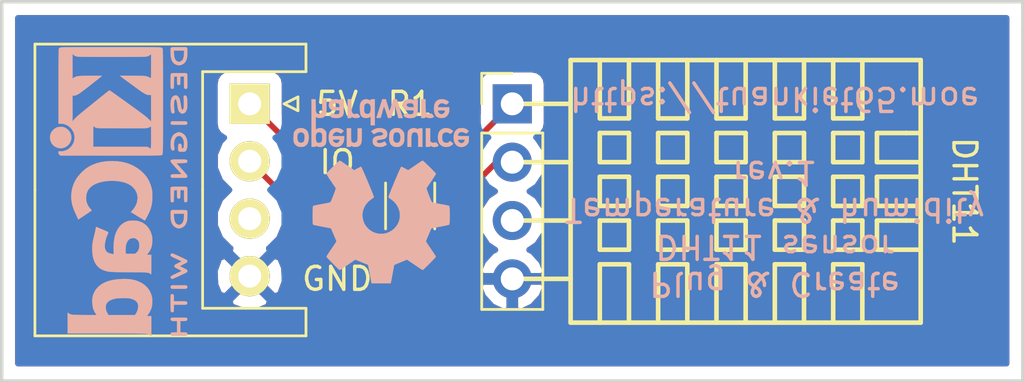
<source format=kicad_pcb>
(kicad_pcb (version 4) (host pcbnew 4.0.7)

  (general
    (links 5)
    (no_connects 0)
    (area 115.725 100.198809 160.730001 123.551191)
    (thickness 1.6)
    (drawings 126)
    (tracks 15)
    (zones 0)
    (modules 5)
    (nets 5)
  )

  (page A4)
  (layers
    (0 F.Cu signal)
    (31 B.Cu signal)
    (32 B.Adhes user)
    (33 F.Adhes user)
    (34 B.Paste user)
    (35 F.Paste user)
    (36 B.SilkS user)
    (37 F.SilkS user)
    (38 B.Mask user)
    (39 F.Mask user)
    (40 Dwgs.User user)
    (41 Cmts.User user)
    (42 Eco1.User user)
    (43 Eco2.User user)
    (44 Edge.Cuts user)
    (45 Margin user)
    (46 B.CrtYd user)
    (47 F.CrtYd user)
    (48 B.Fab user)
    (49 F.Fab user hide)
  )

  (setup
    (last_trace_width 0.25)
    (trace_clearance 0.2)
    (zone_clearance 0.508)
    (zone_45_only no)
    (trace_min 0.2)
    (segment_width 0.2)
    (edge_width 0.15)
    (via_size 0.6)
    (via_drill 0.4)
    (via_min_size 0.4)
    (via_min_drill 0.3)
    (uvia_size 0.3)
    (uvia_drill 0.1)
    (uvias_allowed no)
    (uvia_min_size 0.2)
    (uvia_min_drill 0.1)
    (pcb_text_width 0.3)
    (pcb_text_size 1.5 1.5)
    (mod_edge_width 0.15)
    (mod_text_size 1 1)
    (mod_text_width 0.15)
    (pad_size 1.524 1.524)
    (pad_drill 0.762)
    (pad_to_mask_clearance 0.2)
    (aux_axis_origin 116.205 119.38)
    (visible_elements 7FFFFF7F)
    (pcbplotparams
      (layerselection 0x010fc_80000001)
      (usegerberextensions true)
      (excludeedgelayer true)
      (linewidth 0.100000)
      (plotframeref false)
      (viasonmask false)
      (mode 1)
      (useauxorigin true)
      (hpglpennumber 1)
      (hpglpenspeed 20)
      (hpglpendiameter 15)
      (hpglpenoverlay 2)
      (psnegative false)
      (psa4output false)
      (plotreference true)
      (plotvalue false)
      (plotinvisibletext false)
      (padsonsilk false)
      (subtractmaskfromsilk true)
      (outputformat 1)
      (mirror false)
      (drillshape 0)
      (scaleselection 1)
      (outputdirectory ../gerber/dht11/))
  )

  (net 0 "")
  (net 1 +5V)
  (net 2 /IO)
  (net 3 "Net-(J1-Pad3)")
  (net 4 GND)

  (net_class Default "This is the default net class."
    (clearance 0.2)
    (trace_width 0.25)
    (via_dia 0.6)
    (via_drill 0.4)
    (uvia_dia 0.3)
    (uvia_drill 0.1)
    (add_net +5V)
    (add_net /IO)
    (add_net GND)
    (add_net "Net-(J1-Pad3)")
  )

  (module Connectors_JST:JST_XH_S04B-XH-A_04x2.50mm_Angled (layer F.Cu) (tedit 59DD8654) (tstamp 59DD841B)
    (at 127 107.315 270)
    (descr "JST XH series connector, S04B-XH-A, side entry type, through hole")
    (tags "connector jst xh tht side horizontal angled 2.50mm")
    (path /59DD8306)
    (fp_text reference J1 (at 3.75 -3.5 270) (layer F.SilkS) hide
      (effects (font (size 1 1) (thickness 0.15)))
    )
    (fp_text value Conn_01x04 (at 3.75 10.3 270) (layer F.Fab)
      (effects (font (size 1 1) (thickness 0.15)))
    )
    (fp_line (start -2.45 -2.3) (end -2.45 9.2) (layer F.Fab) (width 0.1))
    (fp_line (start -2.45 9.2) (end 9.95 9.2) (layer F.Fab) (width 0.1))
    (fp_line (start 9.95 9.2) (end 9.95 -2.3) (layer F.Fab) (width 0.1))
    (fp_line (start 9.95 -2.3) (end -2.45 -2.3) (layer F.Fab) (width 0.1))
    (fp_line (start -2.95 -2.8) (end -2.95 9.7) (layer F.CrtYd) (width 0.05))
    (fp_line (start -2.95 9.7) (end 10.45 9.7) (layer F.CrtYd) (width 0.05))
    (fp_line (start 10.45 9.7) (end 10.45 -2.8) (layer F.CrtYd) (width 0.05))
    (fp_line (start 10.45 -2.8) (end -2.95 -2.8) (layer F.CrtYd) (width 0.05))
    (fp_line (start 3.75 9.35) (end -2.6 9.35) (layer F.SilkS) (width 0.12))
    (fp_line (start -2.6 9.35) (end -2.6 -2.45) (layer F.SilkS) (width 0.12))
    (fp_line (start -2.6 -2.45) (end -1.4 -2.45) (layer F.SilkS) (width 0.12))
    (fp_line (start -1.4 -2.45) (end -1.4 2.05) (layer F.SilkS) (width 0.12))
    (fp_line (start -1.4 2.05) (end 3.75 2.05) (layer F.SilkS) (width 0.12))
    (fp_line (start 3.75 9.35) (end 10.1 9.35) (layer F.SilkS) (width 0.12))
    (fp_line (start 10.1 9.35) (end 10.1 -2.45) (layer F.SilkS) (width 0.12))
    (fp_line (start 10.1 -2.45) (end 8.9 -2.45) (layer F.SilkS) (width 0.12))
    (fp_line (start 8.9 -2.45) (end 8.9 2.05) (layer F.SilkS) (width 0.12))
    (fp_line (start 8.9 2.05) (end 3.75 2.05) (layer F.SilkS) (width 0.12))
    (fp_line (start -0.25 3.45) (end -0.25 8.7) (layer F.Fab) (width 0.1))
    (fp_line (start -0.25 8.7) (end 0.25 8.7) (layer F.Fab) (width 0.1))
    (fp_line (start 0.25 8.7) (end 0.25 3.45) (layer F.Fab) (width 0.1))
    (fp_line (start 0.25 3.45) (end -0.25 3.45) (layer F.Fab) (width 0.1))
    (fp_line (start 2.25 3.45) (end 2.25 8.7) (layer F.Fab) (width 0.1))
    (fp_line (start 2.25 8.7) (end 2.75 8.7) (layer F.Fab) (width 0.1))
    (fp_line (start 2.75 8.7) (end 2.75 3.45) (layer F.Fab) (width 0.1))
    (fp_line (start 2.75 3.45) (end 2.25 3.45) (layer F.Fab) (width 0.1))
    (fp_line (start 4.75 3.45) (end 4.75 8.7) (layer F.Fab) (width 0.1))
    (fp_line (start 4.75 8.7) (end 5.25 8.7) (layer F.Fab) (width 0.1))
    (fp_line (start 5.25 8.7) (end 5.25 3.45) (layer F.Fab) (width 0.1))
    (fp_line (start 5.25 3.45) (end 4.75 3.45) (layer F.Fab) (width 0.1))
    (fp_line (start 7.25 3.45) (end 7.25 8.7) (layer F.Fab) (width 0.1))
    (fp_line (start 7.25 8.7) (end 7.75 8.7) (layer F.Fab) (width 0.1))
    (fp_line (start 7.75 8.7) (end 7.75 3.45) (layer F.Fab) (width 0.1))
    (fp_line (start 7.75 3.45) (end 7.25 3.45) (layer F.Fab) (width 0.1))
    (fp_line (start 0 -1.5) (end -0.3 -2.1) (layer F.SilkS) (width 0.12))
    (fp_line (start -0.3 -2.1) (end 0.3 -2.1) (layer F.SilkS) (width 0.12))
    (fp_line (start 0.3 -2.1) (end 0 -1.5) (layer F.SilkS) (width 0.12))
    (fp_line (start 0 -1.5) (end -0.3 -2.1) (layer F.Fab) (width 0.1))
    (fp_line (start -0.3 -2.1) (end 0.3 -2.1) (layer F.Fab) (width 0.1))
    (fp_line (start 0.3 -2.1) (end 0 -1.5) (layer F.Fab) (width 0.1))
    (fp_text user %R (at 3.75 2.25 270) (layer F.Fab)
      (effects (font (size 1 1) (thickness 0.15)))
    )
    (pad 1 thru_hole rect (at 0 0 270) (size 1.75 1.75) (drill 1) (layers *.Cu *.Mask F.SilkS)
      (net 1 +5V))
    (pad 2 thru_hole circle (at 2.5 0 270) (size 1.75 1.75) (drill 1) (layers *.Cu *.Mask F.SilkS)
      (net 2 /IO))
    (pad 3 thru_hole circle (at 5 0 270) (size 1.75 1.75) (drill 1) (layers *.Cu *.Mask F.SilkS)
      (net 3 "Net-(J1-Pad3)"))
    (pad 4 thru_hole circle (at 7.5 0 270) (size 1.75 1.75) (drill 1) (layers *.Cu *.Mask F.SilkS)
      (net 4 GND))
    (model Connectors_JST.3dshapes/JST_XH_S04B-XH-A_04x2.50mm_Angled.wrl
      (at (xyz 0 0 0))
      (scale (xyz 1 1 1))
      (rotate (xyz 0 0 0))
    )
  )

  (module Resistors_SMD:R_1206_HandSoldering (layer F.Cu) (tedit 58E0A804) (tstamp 59DD8421)
    (at 133.985 111.76 90)
    (descr "Resistor SMD 1206, hand soldering")
    (tags "resistor 1206")
    (path /59DD83B3)
    (attr smd)
    (fp_text reference R1 (at 4.445 0 360) (layer F.SilkS)
      (effects (font (size 1 1) (thickness 0.15)))
    )
    (fp_text value 10k (at 0 1.9 90) (layer F.Fab)
      (effects (font (size 1 1) (thickness 0.15)))
    )
    (fp_text user %R (at 0 0 90) (layer F.Fab)
      (effects (font (size 0.7 0.7) (thickness 0.105)))
    )
    (fp_line (start -1.6 0.8) (end -1.6 -0.8) (layer F.Fab) (width 0.1))
    (fp_line (start 1.6 0.8) (end -1.6 0.8) (layer F.Fab) (width 0.1))
    (fp_line (start 1.6 -0.8) (end 1.6 0.8) (layer F.Fab) (width 0.1))
    (fp_line (start -1.6 -0.8) (end 1.6 -0.8) (layer F.Fab) (width 0.1))
    (fp_line (start 1 1.07) (end -1 1.07) (layer F.SilkS) (width 0.12))
    (fp_line (start -1 -1.07) (end 1 -1.07) (layer F.SilkS) (width 0.12))
    (fp_line (start -3.25 -1.11) (end 3.25 -1.11) (layer F.CrtYd) (width 0.05))
    (fp_line (start -3.25 -1.11) (end -3.25 1.1) (layer F.CrtYd) (width 0.05))
    (fp_line (start 3.25 1.1) (end 3.25 -1.11) (layer F.CrtYd) (width 0.05))
    (fp_line (start 3.25 1.1) (end -3.25 1.1) (layer F.CrtYd) (width 0.05))
    (pad 1 smd rect (at -2 0 90) (size 2 1.7) (layers F.Cu F.Paste F.Mask)
      (net 2 /IO))
    (pad 2 smd rect (at 2 0 90) (size 2 1.7) (layers F.Cu F.Paste F.Mask)
      (net 1 +5V))
    (model ${KISYS3DMOD}/Resistors_SMD.3dshapes/R_1206.wrl
      (at (xyz 0 0 0))
      (scale (xyz 1 1 1))
      (rotate (xyz 0 0 0))
    )
  )

  (module Pin_Headers:Pin_Header_Straight_1x04_Pitch2.54mm (layer F.Cu) (tedit 59DD843F) (tstamp 59DD8429)
    (at 138.43 107.315)
    (descr "Through hole straight pin header, 1x04, 2.54mm pitch, single row")
    (tags "Through hole pin header THT 1x04 2.54mm single row")
    (path /59DD82AF)
    (fp_text reference U1 (at 0 -2.33) (layer F.SilkS) hide
      (effects (font (size 1 1) (thickness 0.15)))
    )
    (fp_text value DHT11 (at 0 9.95) (layer F.Fab)
      (effects (font (size 1 1) (thickness 0.15)))
    )
    (fp_line (start -0.635 -1.27) (end 1.27 -1.27) (layer F.Fab) (width 0.1))
    (fp_line (start 1.27 -1.27) (end 1.27 8.89) (layer F.Fab) (width 0.1))
    (fp_line (start 1.27 8.89) (end -1.27 8.89) (layer F.Fab) (width 0.1))
    (fp_line (start -1.27 8.89) (end -1.27 -0.635) (layer F.Fab) (width 0.1))
    (fp_line (start -1.27 -0.635) (end -0.635 -1.27) (layer F.Fab) (width 0.1))
    (fp_line (start -1.33 8.95) (end 1.33 8.95) (layer F.SilkS) (width 0.12))
    (fp_line (start -1.33 1.27) (end -1.33 8.95) (layer F.SilkS) (width 0.12))
    (fp_line (start 1.33 1.27) (end 1.33 8.95) (layer F.SilkS) (width 0.12))
    (fp_line (start -1.33 1.27) (end 1.33 1.27) (layer F.SilkS) (width 0.12))
    (fp_line (start -1.33 0) (end -1.33 -1.33) (layer F.SilkS) (width 0.12))
    (fp_line (start -1.33 -1.33) (end 0 -1.33) (layer F.SilkS) (width 0.12))
    (fp_line (start -1.8 -1.8) (end -1.8 9.4) (layer F.CrtYd) (width 0.05))
    (fp_line (start -1.8 9.4) (end 1.8 9.4) (layer F.CrtYd) (width 0.05))
    (fp_line (start 1.8 9.4) (end 1.8 -1.8) (layer F.CrtYd) (width 0.05))
    (fp_line (start 1.8 -1.8) (end -1.8 -1.8) (layer F.CrtYd) (width 0.05))
    (fp_text user %R (at 0 3.81 90) (layer F.Fab)
      (effects (font (size 1 1) (thickness 0.15)))
    )
    (pad 1 thru_hole rect (at 0 0) (size 1.7 1.7) (drill 1) (layers *.Cu *.Mask)
      (net 1 +5V))
    (pad 2 thru_hole oval (at 0 2.54) (size 1.7 1.7) (drill 1) (layers *.Cu *.Mask)
      (net 2 /IO))
    (pad 3 thru_hole oval (at 0 5.08) (size 1.7 1.7) (drill 1) (layers *.Cu *.Mask))
    (pad 4 thru_hole oval (at 0 7.62) (size 1.7 1.7) (drill 1) (layers *.Cu *.Mask)
      (net 4 GND))
    (model ${KISYS3DMOD}/Pin_Headers.3dshapes/Pin_Header_Straight_1x04_Pitch2.54mm.wrl
      (at (xyz 0 0 0))
      (scale (xyz 1 1 1))
      (rotate (xyz 0 0 0))
    )
  )

  (module Symbols:OSHW-Logo_7.5x8mm_SilkScreen (layer B.Cu) (tedit 0) (tstamp 59DD88E6)
    (at 132.715 111.125)
    (descr "Open Source Hardware Logo")
    (tags "Logo OSHW")
    (attr virtual)
    (fp_text reference REF*** (at 0 0) (layer B.SilkS) hide
      (effects (font (size 1 1) (thickness 0.15)) (justify mirror))
    )
    (fp_text value OSHW-Logo_7.5x8mm_SilkScreen (at 0.75 0) (layer B.Fab) hide
      (effects (font (size 1 1) (thickness 0.15)) (justify mirror))
    )
    (fp_poly (pts (xy -2.53664 -1.952468) (xy -2.501408 -1.969874) (xy -2.45796 -2.000206) (xy -2.426294 -2.033283)
      (xy -2.404606 -2.074817) (xy -2.391097 -2.130522) (xy -2.383962 -2.206111) (xy -2.3814 -2.307296)
      (xy -2.38125 -2.350797) (xy -2.381688 -2.446135) (xy -2.383504 -2.514271) (xy -2.387455 -2.561418)
      (xy -2.394298 -2.59379) (xy -2.404789 -2.6176) (xy -2.415704 -2.633843) (xy -2.485381 -2.702952)
      (xy -2.567434 -2.744521) (xy -2.65595 -2.757023) (xy -2.745019 -2.738934) (xy -2.773237 -2.726142)
      (xy -2.84079 -2.690931) (xy -2.84079 -3.2427) (xy -2.791488 -3.217205) (xy -2.726527 -3.19748)
      (xy -2.64668 -3.192427) (xy -2.566948 -3.201756) (xy -2.506735 -3.222714) (xy -2.456792 -3.262627)
      (xy -2.414119 -3.319741) (xy -2.41091 -3.325605) (xy -2.397378 -3.353227) (xy -2.387495 -3.381068)
      (xy -2.380691 -3.414794) (xy -2.376399 -3.460071) (xy -2.374049 -3.522562) (xy -2.373072 -3.607935)
      (xy -2.372895 -3.70401) (xy -2.372895 -4.010526) (xy -2.556711 -4.010526) (xy -2.556711 -3.445339)
      (xy -2.608125 -3.402077) (xy -2.661534 -3.367472) (xy -2.712112 -3.36118) (xy -2.76297 -3.377372)
      (xy -2.790075 -3.393227) (xy -2.810249 -3.41581) (xy -2.824597 -3.44994) (xy -2.834224 -3.500434)
      (xy -2.840237 -3.572111) (xy -2.84374 -3.669788) (xy -2.844974 -3.734802) (xy -2.849145 -4.002171)
      (xy -2.936875 -4.007222) (xy -3.024606 -4.012273) (xy -3.024606 -2.353101) (xy -2.84079 -2.353101)
      (xy -2.836104 -2.4456) (xy -2.820312 -2.509809) (xy -2.790817 -2.549759) (xy -2.74502 -2.56948)
      (xy -2.69875 -2.573421) (xy -2.646372 -2.568892) (xy -2.61161 -2.551069) (xy -2.589872 -2.527519)
      (xy -2.57276 -2.502189) (xy -2.562573 -2.473969) (xy -2.55804 -2.434431) (xy -2.557891 -2.375142)
      (xy -2.559416 -2.325498) (xy -2.562919 -2.25071) (xy -2.568133 -2.201611) (xy -2.576913 -2.170467)
      (xy -2.591114 -2.149545) (xy -2.604516 -2.137452) (xy -2.660513 -2.111081) (xy -2.726789 -2.106822)
      (xy -2.764844 -2.115906) (xy -2.802523 -2.148196) (xy -2.827481 -2.211006) (xy -2.839578 -2.303894)
      (xy -2.84079 -2.353101) (xy -3.024606 -2.353101) (xy -3.024606 -1.938421) (xy -2.932698 -1.938421)
      (xy -2.877517 -1.940603) (xy -2.849048 -1.948351) (xy -2.840794 -1.963468) (xy -2.84079 -1.963916)
      (xy -2.83696 -1.97872) (xy -2.820067 -1.977039) (xy -2.786481 -1.960772) (xy -2.708222 -1.935887)
      (xy -2.620173 -1.933271) (xy -2.53664 -1.952468)) (layer B.SilkS) (width 0.01))
    (fp_poly (pts (xy -1.839543 -3.198184) (xy -1.76093 -3.21916) (xy -1.701084 -3.25718) (xy -1.658853 -3.306978)
      (xy -1.645725 -3.32823) (xy -1.636032 -3.350492) (xy -1.629256 -3.37897) (xy -1.624877 -3.418871)
      (xy -1.622376 -3.475401) (xy -1.621232 -3.553767) (xy -1.620928 -3.659176) (xy -1.620922 -3.687142)
      (xy -1.620922 -4.010526) (xy -1.701132 -4.010526) (xy -1.752294 -4.006943) (xy -1.790123 -3.997866)
      (xy -1.799601 -3.992268) (xy -1.825512 -3.982606) (xy -1.851976 -3.992268) (xy -1.895548 -4.00433)
      (xy -1.95884 -4.009185) (xy -2.02899 -4.007078) (xy -2.09314 -3.998256) (xy -2.130593 -3.986937)
      (xy -2.203067 -3.940412) (xy -2.24836 -3.875846) (xy -2.268722 -3.79) (xy -2.268912 -3.787796)
      (xy -2.267125 -3.749713) (xy -2.105527 -3.749713) (xy -2.091399 -3.79303) (xy -2.068388 -3.817408)
      (xy -2.022196 -3.835845) (xy -1.961225 -3.843205) (xy -1.899051 -3.839583) (xy -1.849249 -3.825074)
      (xy -1.835297 -3.815765) (xy -1.810915 -3.772753) (xy -1.804737 -3.723857) (xy -1.804737 -3.659605)
      (xy -1.897182 -3.659605) (xy -1.985005 -3.666366) (xy -2.051582 -3.68552) (xy -2.092998 -3.715376)
      (xy -2.105527 -3.749713) (xy -2.267125 -3.749713) (xy -2.26451 -3.694004) (xy -2.233576 -3.619847)
      (xy -2.175419 -3.563767) (xy -2.16738 -3.558665) (xy -2.132837 -3.542055) (xy -2.090082 -3.531996)
      (xy -2.030314 -3.527107) (xy -1.95931 -3.525983) (xy -1.804737 -3.525921) (xy -1.804737 -3.461125)
      (xy -1.811294 -3.41085) (xy -1.828025 -3.377169) (xy -1.829984 -3.375376) (xy -1.867217 -3.360642)
      (xy -1.92342 -3.354931) (xy -1.985533 -3.357737) (xy -2.04049 -3.368556) (xy -2.073101 -3.384782)
      (xy -2.090772 -3.39778) (xy -2.109431 -3.400262) (xy -2.135181 -3.389613) (xy -2.174127 -3.363218)
      (xy -2.23237 -3.318465) (xy -2.237716 -3.314273) (xy -2.234977 -3.29876) (xy -2.212124 -3.27296)
      (xy -2.177391 -3.244289) (xy -2.13901 -3.220166) (xy -2.126952 -3.21447) (xy -2.082966 -3.203103)
      (xy -2.018513 -3.194995) (xy -1.946503 -3.191743) (xy -1.943136 -3.191736) (xy -1.839543 -3.198184)) (layer B.SilkS) (width 0.01))
    (fp_poly (pts (xy -1.320119 -3.193486) (xy -1.295112 -3.200982) (xy -1.28705 -3.217451) (xy -1.286711 -3.224886)
      (xy -1.285264 -3.245594) (xy -1.275302 -3.248845) (xy -1.248388 -3.234648) (xy -1.232402 -3.224948)
      (xy -1.181967 -3.204175) (xy -1.121728 -3.193904) (xy -1.058566 -3.193114) (xy -0.999363 -3.200786)
      (xy -0.950998 -3.215898) (xy -0.920354 -3.237432) (xy -0.914311 -3.264366) (xy -0.917361 -3.27166)
      (xy -0.939594 -3.301937) (xy -0.97407 -3.339175) (xy -0.980306 -3.345195) (xy -1.013167 -3.372875)
      (xy -1.04152 -3.381818) (xy -1.081173 -3.375576) (xy -1.097058 -3.371429) (xy -1.146491 -3.361467)
      (xy -1.181248 -3.365947) (xy -1.2106 -3.381746) (xy -1.237487 -3.402949) (xy -1.25729 -3.429614)
      (xy -1.271052 -3.466827) (xy -1.279816 -3.519673) (xy -1.284626 -3.593237) (xy -1.286526 -3.692605)
      (xy -1.286711 -3.752601) (xy -1.286711 -4.010526) (xy -1.453816 -4.010526) (xy -1.453816 -3.19171)
      (xy -1.370264 -3.19171) (xy -1.320119 -3.193486)) (layer B.SilkS) (width 0.01))
    (fp_poly (pts (xy -0.267369 -4.010526) (xy -0.359277 -4.010526) (xy -0.412623 -4.008962) (xy -0.440407 -4.002485)
      (xy -0.45041 -3.988418) (xy -0.451185 -3.978906) (xy -0.452872 -3.959832) (xy -0.46351 -3.956174)
      (xy -0.491465 -3.967932) (xy -0.513205 -3.978906) (xy -0.596668 -4.004911) (xy -0.687396 -4.006416)
      (xy -0.761158 -3.987021) (xy -0.829846 -3.940165) (xy -0.882206 -3.871004) (xy -0.910878 -3.789427)
      (xy -0.911608 -3.784866) (xy -0.915868 -3.735101) (xy -0.917986 -3.663659) (xy -0.917816 -3.609626)
      (xy -0.73528 -3.609626) (xy -0.731051 -3.681441) (xy -0.721432 -3.740634) (xy -0.70841 -3.77406)
      (xy -0.659144 -3.81974) (xy -0.60065 -3.836115) (xy -0.540329 -3.822873) (xy -0.488783 -3.783373)
      (xy -0.469262 -3.756807) (xy -0.457848 -3.725106) (xy -0.452502 -3.678832) (xy -0.451185 -3.609328)
      (xy -0.453542 -3.540499) (xy -0.459767 -3.480026) (xy -0.468592 -3.439556) (xy -0.470063 -3.435929)
      (xy -0.505653 -3.392802) (xy -0.5576 -3.369124) (xy -0.615722 -3.365301) (xy -0.66984 -3.381738)
      (xy -0.709774 -3.41884) (xy -0.713917 -3.426222) (xy -0.726884 -3.471239) (xy -0.733948 -3.535967)
      (xy -0.73528 -3.609626) (xy -0.917816 -3.609626) (xy -0.917729 -3.58223) (xy -0.916528 -3.538405)
      (xy -0.908355 -3.429988) (xy -0.89137 -3.348588) (xy -0.863113 -3.288412) (xy -0.821128 -3.243666)
      (xy -0.780368 -3.2174) (xy -0.723419 -3.198935) (xy -0.652589 -3.192602) (xy -0.580059 -3.19776)
      (xy -0.518014 -3.213769) (xy -0.485232 -3.23292) (xy -0.451185 -3.263732) (xy -0.451185 -2.87421)
      (xy -0.267369 -2.87421) (xy -0.267369 -4.010526)) (layer B.SilkS) (width 0.01))
    (fp_poly (pts (xy 0.37413 -3.195104) (xy 0.44022 -3.200066) (xy 0.526626 -3.459079) (xy 0.613031 -3.718092)
      (xy 0.640124 -3.626184) (xy 0.656428 -3.569384) (xy 0.677875 -3.492625) (xy 0.701035 -3.408251)
      (xy 0.71328 -3.362993) (xy 0.759344 -3.19171) (xy 0.949387 -3.19171) (xy 0.892582 -3.371349)
      (xy 0.864607 -3.459704) (xy 0.830813 -3.566281) (xy 0.79552 -3.677454) (xy 0.764013 -3.776579)
      (xy 0.69225 -4.002171) (xy 0.537286 -4.012253) (xy 0.49527 -3.873528) (xy 0.469359 -3.787351)
      (xy 0.441083 -3.692347) (xy 0.416369 -3.608441) (xy 0.415394 -3.605102) (xy 0.396935 -3.548248)
      (xy 0.380649 -3.509456) (xy 0.369242 -3.494787) (xy 0.366898 -3.496483) (xy 0.358671 -3.519225)
      (xy 0.343038 -3.56794) (xy 0.321904 -3.636502) (xy 0.29717 -3.718785) (xy 0.283787 -3.764046)
      (xy 0.211311 -4.010526) (xy 0.057495 -4.010526) (xy -0.065469 -3.622006) (xy -0.100012 -3.513022)
      (xy -0.131479 -3.414048) (xy -0.158384 -3.329736) (xy -0.179241 -3.264734) (xy -0.192562 -3.223692)
      (xy -0.196612 -3.211701) (xy -0.193406 -3.199423) (xy -0.168235 -3.194046) (xy -0.115854 -3.194584)
      (xy -0.107655 -3.19499) (xy -0.010518 -3.200066) (xy 0.0531 -3.434013) (xy 0.076484 -3.519333)
      (xy 0.097381 -3.594335) (xy 0.113951 -3.652507) (xy 0.124354 -3.687337) (xy 0.126276 -3.693016)
      (xy 0.134241 -3.686486) (xy 0.150304 -3.652654) (xy 0.172621 -3.596127) (xy 0.199345 -3.52151)
      (xy 0.221937 -3.454107) (xy 0.308041 -3.190143) (xy 0.37413 -3.195104)) (layer B.SilkS) (width 0.01))
    (fp_poly (pts (xy 1.379992 -3.196673) (xy 1.450427 -3.21378) (xy 1.470787 -3.222844) (xy 1.510253 -3.246583)
      (xy 1.540541 -3.273321) (xy 1.562952 -3.307699) (xy 1.578786 -3.35436) (xy 1.589343 -3.417946)
      (xy 1.595924 -3.503099) (xy 1.599828 -3.614462) (xy 1.60131 -3.688849) (xy 1.606765 -4.010526)
      (xy 1.51358 -4.010526) (xy 1.457047 -4.008156) (xy 1.427922 -4.000055) (xy 1.420394 -3.986451)
      (xy 1.41642 -3.971741) (xy 1.398652 -3.974554) (xy 1.37444 -3.986348) (xy 1.313828 -4.004427)
      (xy 1.235929 -4.009299) (xy 1.153995 -4.00133) (xy 1.081281 -3.980889) (xy 1.074759 -3.978051)
      (xy 1.008302 -3.931365) (xy 0.964491 -3.866464) (xy 0.944332 -3.7906) (xy 0.945872 -3.763344)
      (xy 1.110345 -3.763344) (xy 1.124837 -3.800024) (xy 1.167805 -3.826309) (xy 1.237129 -3.840417)
      (xy 1.274177 -3.84229) (xy 1.335919 -3.837494) (xy 1.37696 -3.818858) (xy 1.386973 -3.81)
      (xy 1.4141 -3.761806) (xy 1.420394 -3.718092) (xy 1.420394 -3.659605) (xy 1.33893 -3.659605)
      (xy 1.244234 -3.664432) (xy 1.177813 -3.679613) (xy 1.135846 -3.7062) (xy 1.126449 -3.718052)
      (xy 1.110345 -3.763344) (xy 0.945872 -3.763344) (xy 0.948829 -3.711026) (xy 0.978985 -3.634995)
      (xy 1.020131 -3.583612) (xy 1.045052 -3.561397) (xy 1.069448 -3.546798) (xy 1.101191 -3.537897)
      (xy 1.148152 -3.532775) (xy 1.218204 -3.529515) (xy 1.24599 -3.528577) (xy 1.420394 -3.522879)
      (xy 1.420138 -3.470091) (xy 1.413384 -3.414603) (xy 1.388964 -3.381052) (xy 1.33963 -3.359618)
      (xy 1.338306 -3.359236) (xy 1.26836 -3.350808) (xy 1.199914 -3.361816) (xy 1.149047 -3.388585)
      (xy 1.128637 -3.401803) (xy 1.106654 -3.399974) (xy 1.072826 -3.380824) (xy 1.052961 -3.367308)
      (xy 1.014106 -3.338432) (xy 0.990038 -3.316786) (xy 0.986176 -3.310589) (xy 1.002079 -3.278519)
      (xy 1.049065 -3.240219) (xy 1.069473 -3.227297) (xy 1.128143 -3.205041) (xy 1.207212 -3.192432)
      (xy 1.295041 -3.1896) (xy 1.379992 -3.196673)) (layer B.SilkS) (width 0.01))
    (fp_poly (pts (xy 2.173167 -3.191447) (xy 2.237408 -3.204112) (xy 2.27398 -3.222864) (xy 2.312453 -3.254017)
      (xy 2.257717 -3.323127) (xy 2.223969 -3.364979) (xy 2.201053 -3.385398) (xy 2.178279 -3.388517)
      (xy 2.144956 -3.378472) (xy 2.129314 -3.372789) (xy 2.065542 -3.364404) (xy 2.00714 -3.382378)
      (xy 1.964264 -3.422982) (xy 1.957299 -3.435929) (xy 1.949713 -3.470224) (xy 1.943859 -3.533427)
      (xy 1.940011 -3.62106) (xy 1.938443 -3.72864) (xy 1.938421 -3.743944) (xy 1.938421 -4.010526)
      (xy 1.754605 -4.010526) (xy 1.754605 -3.19171) (xy 1.846513 -3.19171) (xy 1.899507 -3.193094)
      (xy 1.927115 -3.199252) (xy 1.937324 -3.213194) (xy 1.938421 -3.226344) (xy 1.938421 -3.260978)
      (xy 1.98245 -3.226344) (xy 2.032937 -3.202716) (xy 2.10076 -3.191033) (xy 2.173167 -3.191447)) (layer B.SilkS) (width 0.01))
    (fp_poly (pts (xy 2.701193 -3.196078) (xy 2.781068 -3.216845) (xy 2.847962 -3.259705) (xy 2.880351 -3.291723)
      (xy 2.933445 -3.367413) (xy 2.963873 -3.455216) (xy 2.974327 -3.56315) (xy 2.97438 -3.571875)
      (xy 2.974473 -3.659605) (xy 2.469534 -3.659605) (xy 2.480298 -3.705559) (xy 2.499732 -3.747178)
      (xy 2.533745 -3.790544) (xy 2.54086 -3.797467) (xy 2.602003 -3.834935) (xy 2.671729 -3.841289)
      (xy 2.751987 -3.816638) (xy 2.765592 -3.81) (xy 2.807319 -3.789819) (xy 2.835268 -3.778321)
      (xy 2.840145 -3.777258) (xy 2.857168 -3.787583) (xy 2.889633 -3.812845) (xy 2.906114 -3.82665)
      (xy 2.940264 -3.858361) (xy 2.951478 -3.879299) (xy 2.943695 -3.89856) (xy 2.939535 -3.903827)
      (xy 2.911357 -3.926878) (xy 2.864862 -3.954892) (xy 2.832434 -3.971246) (xy 2.740385 -4.000059)
      (xy 2.638476 -4.009395) (xy 2.541963 -3.998332) (xy 2.514934 -3.990412) (xy 2.431276 -3.945581)
      (xy 2.369266 -3.876598) (xy 2.328545 -3.782794) (xy 2.308755 -3.663498) (xy 2.306582 -3.601118)
      (xy 2.312926 -3.510298) (xy 2.473157 -3.510298) (xy 2.488655 -3.517012) (xy 2.530312 -3.52228)
      (xy 2.590876 -3.525389) (xy 2.631907 -3.525921) (xy 2.705711 -3.525408) (xy 2.752293 -3.523006)
      (xy 2.777848 -3.517422) (xy 2.788569 -3.507361) (xy 2.790657 -3.492763) (xy 2.776331 -3.447796)
      (xy 2.740262 -3.403353) (xy 2.692815 -3.369242) (xy 2.645349 -3.355288) (xy 2.580879 -3.367666)
      (xy 2.52507 -3.403452) (xy 2.486374 -3.455033) (xy 2.473157 -3.510298) (xy 2.312926 -3.510298)
      (xy 2.315821 -3.468866) (xy 2.344336 -3.363498) (xy 2.392729 -3.284178) (xy 2.461604 -3.230071)
      (xy 2.551565 -3.200343) (xy 2.6003 -3.194618) (xy 2.701193 -3.196078)) (layer B.SilkS) (width 0.01))
    (fp_poly (pts (xy -3.373216 -1.947104) (xy -3.285795 -1.985754) (xy -3.21943 -2.05029) (xy -3.174024 -2.140812)
      (xy -3.149482 -2.257418) (xy -3.147723 -2.275624) (xy -3.146344 -2.403984) (xy -3.164216 -2.516496)
      (xy -3.20025 -2.607688) (xy -3.219545 -2.637022) (xy -3.286755 -2.699106) (xy -3.37235 -2.739316)
      (xy -3.46811 -2.756003) (xy -3.565813 -2.747517) (xy -3.640083 -2.72138) (xy -3.703953 -2.677335)
      (xy -3.756154 -2.619587) (xy -3.757057 -2.618236) (xy -3.778256 -2.582593) (xy -3.792033 -2.546752)
      (xy -3.800376 -2.501519) (xy -3.805273 -2.437701) (xy -3.807431 -2.385368) (xy -3.808329 -2.33791)
      (xy -3.641257 -2.33791) (xy -3.639624 -2.385154) (xy -3.633696 -2.448046) (xy -3.623239 -2.488407)
      (xy -3.604381 -2.517122) (xy -3.586719 -2.533896) (xy -3.524106 -2.569016) (xy -3.458592 -2.57371)
      (xy -3.397579 -2.54844) (xy -3.367072 -2.520124) (xy -3.345089 -2.491589) (xy -3.332231 -2.464284)
      (xy -3.326588 -2.42875) (xy -3.326249 -2.375524) (xy -3.327988 -2.326506) (xy -3.331729 -2.256482)
      (xy -3.337659 -2.211064) (xy -3.348347 -2.18144) (xy -3.366361 -2.158797) (xy -3.380637 -2.145855)
      (xy -3.440349 -2.11186) (xy -3.504766 -2.110165) (xy -3.558781 -2.130301) (xy -3.60486 -2.172352)
      (xy -3.632311 -2.241428) (xy -3.641257 -2.33791) (xy -3.808329 -2.33791) (xy -3.809401 -2.281299)
      (xy -3.806036 -2.203468) (xy -3.795955 -2.14493) (xy -3.777774 -2.098737) (xy -3.75011 -2.057942)
      (xy -3.739854 -2.045828) (xy -3.675722 -1.985474) (xy -3.606934 -1.95022) (xy -3.522811 -1.93545)
      (xy -3.481791 -1.934243) (xy -3.373216 -1.947104)) (layer B.SilkS) (width 0.01))
    (fp_poly (pts (xy -1.802982 -1.957027) (xy -1.78633 -1.964866) (xy -1.728695 -2.007086) (xy -1.674195 -2.0687)
      (xy -1.633501 -2.136543) (xy -1.621926 -2.167734) (xy -1.611366 -2.223449) (xy -1.605069 -2.290781)
      (xy -1.604304 -2.318585) (xy -1.604211 -2.406316) (xy -2.10915 -2.406316) (xy -2.098387 -2.45227)
      (xy -2.071967 -2.50662) (xy -2.025778 -2.553591) (xy -1.970828 -2.583848) (xy -1.935811 -2.590131)
      (xy -1.888323 -2.582506) (xy -1.831665 -2.563383) (xy -1.812418 -2.554584) (xy -1.741241 -2.519036)
      (xy -1.680498 -2.565367) (xy -1.645448 -2.596703) (xy -1.626798 -2.622567) (xy -1.625853 -2.630158)
      (xy -1.642515 -2.648556) (xy -1.67903 -2.676515) (xy -1.712172 -2.698327) (xy -1.801607 -2.737537)
      (xy -1.901871 -2.755285) (xy -2.001246 -2.75067) (xy -2.080461 -2.726551) (xy -2.16212 -2.674884)
      (xy -2.220151 -2.606856) (xy -2.256454 -2.518843) (xy -2.272928 -2.407216) (xy -2.274389 -2.356138)
      (xy -2.268543 -2.239091) (xy -2.267825 -2.235686) (xy -2.100511 -2.235686) (xy -2.095903 -2.246662)
      (xy -2.076964 -2.252715) (xy -2.037902 -2.25531) (xy -1.972923 -2.25591) (xy -1.947903 -2.255921)
      (xy -1.871779 -2.255014) (xy -1.823504 -2.25172) (xy -1.79754 -2.245181) (xy -1.788352 -2.234537)
      (xy -1.788027 -2.231119) (xy -1.798513 -2.203956) (xy -1.824758 -2.165903) (xy -1.836041 -2.152579)
      (xy -1.877928 -2.114896) (xy -1.921591 -2.10008) (xy -1.945115 -2.098842) (xy -2.008757 -2.114329)
      (xy -2.062127 -2.15593) (xy -2.095981 -2.216353) (xy -2.096581 -2.218322) (xy -2.100511 -2.235686)
      (xy -2.267825 -2.235686) (xy -2.249101 -2.146928) (xy -2.214078 -2.07319) (xy -2.171244 -2.020848)
      (xy -2.092052 -1.964092) (xy -1.99896 -1.933762) (xy -1.899945 -1.931021) (xy -1.802982 -1.957027)) (layer B.SilkS) (width 0.01))
    (fp_poly (pts (xy 0.018628 -1.935547) (xy 0.081908 -1.947548) (xy 0.147557 -1.972648) (xy 0.154572 -1.975848)
      (xy 0.204356 -2.002026) (xy 0.238834 -2.026353) (xy 0.249978 -2.041937) (xy 0.239366 -2.067353)
      (xy 0.213588 -2.104853) (xy 0.202146 -2.118852) (xy 0.154992 -2.173954) (xy 0.094201 -2.138086)
      (xy 0.036347 -2.114192) (xy -0.0305 -2.10142) (xy -0.094606 -2.100613) (xy -0.144236 -2.112615)
      (xy -0.156146 -2.120105) (xy -0.178828 -2.15445) (xy -0.181584 -2.194013) (xy -0.164612 -2.22492)
      (xy -0.154573 -2.230913) (xy -0.12449 -2.238357) (xy -0.071611 -2.247106) (xy -0.006425 -2.255467)
      (xy 0.0056 -2.256778) (xy 0.110297 -2.274888) (xy 0.186232 -2.305651) (xy 0.236592 -2.351907)
      (xy 0.264564 -2.416497) (xy 0.273278 -2.495387) (xy 0.26124 -2.585065) (xy 0.222151 -2.655486)
      (xy 0.155855 -2.706777) (xy 0.062194 -2.739067) (xy -0.041777 -2.751807) (xy -0.126562 -2.751654)
      (xy -0.195335 -2.740083) (xy -0.242303 -2.724109) (xy -0.30165 -2.696275) (xy -0.356494 -2.663973)
      (xy -0.375987 -2.649755) (xy -0.426119 -2.608835) (xy -0.305197 -2.486477) (xy -0.236457 -2.531967)
      (xy -0.167512 -2.566133) (xy -0.093889 -2.584004) (xy -0.023117 -2.585889) (xy 0.037274 -2.572101)
      (xy 0.079757 -2.542949) (xy 0.093474 -2.518352) (xy 0.091417 -2.478904) (xy 0.05733 -2.448737)
      (xy -0.008692 -2.427906) (xy -0.081026 -2.418279) (xy -0.192348 -2.39991) (xy -0.275048 -2.365254)
      (xy -0.330235 -2.313297) (xy -0.359012 -2.243023) (xy -0.362999 -2.159707) (xy -0.343307 -2.072681)
      (xy -0.298411 -2.006902) (xy -0.227909 -1.962068) (xy -0.131399 -1.937879) (xy -0.0599 -1.933137)
      (xy 0.018628 -1.935547)) (layer B.SilkS) (width 0.01))
    (fp_poly (pts (xy 0.811669 -1.94831) (xy 0.896192 -1.99434) (xy 0.962321 -2.067006) (xy 0.993478 -2.126106)
      (xy 1.006855 -2.178305) (xy 1.015522 -2.252719) (xy 1.019237 -2.338442) (xy 1.017754 -2.424569)
      (xy 1.010831 -2.500193) (xy 1.002745 -2.540584) (xy 0.975465 -2.59584) (xy 0.92822 -2.65453)
      (xy 0.871282 -2.705852) (xy 0.814924 -2.739005) (xy 0.81355 -2.739531) (xy 0.743616 -2.754018)
      (xy 0.660737 -2.754377) (xy 0.581977 -2.741188) (xy 0.551566 -2.730617) (xy 0.473239 -2.686201)
      (xy 0.417143 -2.628007) (xy 0.380286 -2.550965) (xy 0.35968 -2.450001) (xy 0.355018 -2.397116)
      (xy 0.355613 -2.330663) (xy 0.534736 -2.330663) (xy 0.54077 -2.42763) (xy 0.558138 -2.501523)
      (xy 0.58574 -2.548736) (xy 0.605404 -2.562237) (xy 0.655787 -2.571651) (xy 0.715673 -2.568864)
      (xy 0.767449 -2.555316) (xy 0.781027 -2.547862) (xy 0.816849 -2.504451) (xy 0.840493 -2.438014)
      (xy 0.850558 -2.357161) (xy 0.845642 -2.270502) (xy 0.834655 -2.218349) (xy 0.803109 -2.157951)
      (xy 0.753311 -2.120197) (xy 0.693337 -2.107143) (xy 0.631264 -2.120849) (xy 0.583582 -2.154372)
      (xy 0.558525 -2.182031) (xy 0.5439 -2.209294) (xy 0.536929 -2.24619) (xy 0.534833 -2.30275)
      (xy 0.534736 -2.330663) (xy 0.355613 -2.330663) (xy 0.356282 -2.255994) (xy 0.379265 -2.140271)
      (xy 0.423972 -2.049941) (xy 0.490405 -1.985) (xy 0.578565 -1.945445) (xy 0.597495 -1.940858)
      (xy 0.711266 -1.93009) (xy 0.811669 -1.94831)) (layer B.SilkS) (width 0.01))
    (fp_poly (pts (xy 1.320131 -2.198533) (xy 1.32171 -2.321089) (xy 1.327481 -2.414179) (xy 1.338991 -2.481651)
      (xy 1.35779 -2.527355) (xy 1.385426 -2.555139) (xy 1.423448 -2.568854) (xy 1.470526 -2.572358)
      (xy 1.519832 -2.568432) (xy 1.557283 -2.554089) (xy 1.584428 -2.525478) (xy 1.602815 -2.478751)
      (xy 1.613993 -2.410058) (xy 1.619511 -2.31555) (xy 1.620921 -2.198533) (xy 1.620921 -1.938421)
      (xy 1.804736 -1.938421) (xy 1.804736 -2.740526) (xy 1.712828 -2.740526) (xy 1.657422 -2.738281)
      (xy 1.628891 -2.730396) (xy 1.620921 -2.715428) (xy 1.61612 -2.702097) (xy 1.597014 -2.704917)
      (xy 1.558504 -2.723783) (xy 1.470239 -2.752887) (xy 1.376623 -2.750825) (xy 1.286921 -2.719221)
      (xy 1.244204 -2.694257) (xy 1.211621 -2.667226) (xy 1.187817 -2.633405) (xy 1.171439 -2.588068)
      (xy 1.161131 -2.526489) (xy 1.155541 -2.443943) (xy 1.153312 -2.335705) (xy 1.153026 -2.252004)
      (xy 1.153026 -1.938421) (xy 1.320131 -1.938421) (xy 1.320131 -2.198533)) (layer B.SilkS) (width 0.01))
    (fp_poly (pts (xy 2.946576 -1.945419) (xy 3.043395 -1.986549) (xy 3.07389 -2.006571) (xy 3.112865 -2.03734)
      (xy 3.137331 -2.061533) (xy 3.141578 -2.069413) (xy 3.129584 -2.086899) (xy 3.098887 -2.11657)
      (xy 3.074312 -2.137279) (xy 3.007046 -2.191336) (xy 2.95393 -2.146642) (xy 2.912884 -2.117789)
      (xy 2.872863 -2.107829) (xy 2.827059 -2.110261) (xy 2.754324 -2.128345) (xy 2.704256 -2.165881)
      (xy 2.673829 -2.226562) (xy 2.660017 -2.314081) (xy 2.660013 -2.314136) (xy 2.661208 -2.411958)
      (xy 2.679772 -2.48373) (xy 2.716804 -2.532595) (xy 2.74205 -2.549143) (xy 2.809097 -2.569749)
      (xy 2.880709 -2.569762) (xy 2.943015 -2.549768) (xy 2.957763 -2.54) (xy 2.99475 -2.515047)
      (xy 3.023668 -2.510958) (xy 3.054856 -2.52953) (xy 3.089336 -2.562887) (xy 3.143912 -2.619196)
      (xy 3.083318 -2.669142) (xy 2.989698 -2.725513) (xy 2.884125 -2.753293) (xy 2.773798 -2.751282)
      (xy 2.701343 -2.732862) (xy 2.616656 -2.68731) (xy 2.548927 -2.61565) (xy 2.518157 -2.565066)
      (xy 2.493236 -2.492488) (xy 2.480766 -2.400569) (xy 2.48067 -2.300948) (xy 2.49287 -2.205267)
      (xy 2.51729 -2.125169) (xy 2.521136 -2.116956) (xy 2.578093 -2.036413) (xy 2.655209 -1.977771)
      (xy 2.74639 -1.942247) (xy 2.845543 -1.931057) (xy 2.946576 -1.945419)) (layer B.SilkS) (width 0.01))
    (fp_poly (pts (xy 3.558784 -1.935554) (xy 3.601574 -1.945949) (xy 3.683609 -1.984013) (xy 3.753757 -2.042149)
      (xy 3.802305 -2.111852) (xy 3.808975 -2.127502) (xy 3.818124 -2.168496) (xy 3.824529 -2.229138)
      (xy 3.82671 -2.29043) (xy 3.82671 -2.406316) (xy 3.584407 -2.406316) (xy 3.484471 -2.406693)
      (xy 3.414069 -2.408987) (xy 3.369313 -2.414938) (xy 3.346315 -2.426285) (xy 3.341189 -2.444771)
      (xy 3.350048 -2.472136) (xy 3.365917 -2.504155) (xy 3.410184 -2.557592) (xy 3.471699 -2.584215)
      (xy 3.546885 -2.583347) (xy 3.632053 -2.554371) (xy 3.705659 -2.518611) (xy 3.766734 -2.566904)
      (xy 3.82781 -2.615197) (xy 3.770351 -2.668285) (xy 3.693641 -2.718445) (xy 3.599302 -2.748688)
      (xy 3.497827 -2.757151) (xy 3.399711 -2.741974) (xy 3.383881 -2.736824) (xy 3.297647 -2.691791)
      (xy 3.233501 -2.624652) (xy 3.190091 -2.533405) (xy 3.166064 -2.416044) (xy 3.165784 -2.413529)
      (xy 3.163633 -2.285627) (xy 3.172329 -2.239997) (xy 3.342105 -2.239997) (xy 3.357697 -2.247013)
      (xy 3.400029 -2.252388) (xy 3.462434 -2.255457) (xy 3.501981 -2.255921) (xy 3.575728 -2.25563)
      (xy 3.62184 -2.253783) (xy 3.6461 -2.248912) (xy 3.654294 -2.239555) (xy 3.652206 -2.224245)
      (xy 3.650455 -2.218322) (xy 3.62056 -2.162668) (xy 3.573542 -2.117815) (xy 3.532049 -2.098105)
      (xy 3.476926 -2.099295) (xy 3.421068 -2.123875) (xy 3.374212 -2.16457) (xy 3.346094 -2.214108)
      (xy 3.342105 -2.239997) (xy 3.172329 -2.239997) (xy 3.185074 -2.173133) (xy 3.227611 -2.078727)
      (xy 3.288747 -2.005088) (xy 3.365985 -1.954893) (xy 3.45683 -1.930822) (xy 3.558784 -1.935554)) (layer B.SilkS) (width 0.01))
    (fp_poly (pts (xy -1.002043 -1.952226) (xy -0.960454 -1.97209) (xy -0.920175 -2.000784) (xy -0.88949 -2.033809)
      (xy -0.867139 -2.075931) (xy -0.851864 -2.131915) (xy -0.842408 -2.206528) (xy -0.837513 -2.304535)
      (xy -0.835919 -2.430702) (xy -0.835894 -2.443914) (xy -0.835527 -2.740526) (xy -1.019343 -2.740526)
      (xy -1.019343 -2.467081) (xy -1.019473 -2.365777) (xy -1.020379 -2.292353) (xy -1.022827 -2.241271)
      (xy -1.027586 -2.20699) (xy -1.035426 -2.183971) (xy -1.047115 -2.166673) (xy -1.063398 -2.149581)
      (xy -1.120366 -2.112857) (xy -1.182555 -2.106042) (xy -1.241801 -2.129261) (xy -1.262405 -2.146543)
      (xy -1.27753 -2.162791) (xy -1.28839 -2.180191) (xy -1.29569 -2.204212) (xy -1.300137 -2.240322)
      (xy -1.302436 -2.293988) (xy -1.303296 -2.37068) (xy -1.303422 -2.464043) (xy -1.303422 -2.740526)
      (xy -1.487237 -2.740526) (xy -1.487237 -1.938421) (xy -1.395329 -1.938421) (xy -1.340149 -1.940603)
      (xy -1.31168 -1.948351) (xy -1.303425 -1.963468) (xy -1.303422 -1.963916) (xy -1.299592 -1.97872)
      (xy -1.282699 -1.97704) (xy -1.249112 -1.960773) (xy -1.172937 -1.93684) (xy -1.0858 -1.934178)
      (xy -1.002043 -1.952226)) (layer B.SilkS) (width 0.01))
    (fp_poly (pts (xy 2.391388 -1.937645) (xy 2.448865 -1.955206) (xy 2.485872 -1.977395) (xy 2.497927 -1.994942)
      (xy 2.494609 -2.015742) (xy 2.473079 -2.048419) (xy 2.454874 -2.071562) (xy 2.417344 -2.113402)
      (xy 2.389148 -2.131005) (xy 2.365111 -2.129856) (xy 2.293808 -2.11171) (xy 2.241442 -2.112534)
      (xy 2.198918 -2.133098) (xy 2.184642 -2.145134) (xy 2.138947 -2.187483) (xy 2.138947 -2.740526)
      (xy 1.955131 -2.740526) (xy 1.955131 -1.938421) (xy 2.047039 -1.938421) (xy 2.102219 -1.940603)
      (xy 2.130688 -1.948351) (xy 2.138943 -1.963468) (xy 2.138947 -1.963916) (xy 2.142845 -1.979749)
      (xy 2.160474 -1.977684) (xy 2.184901 -1.966261) (xy 2.23535 -1.945005) (xy 2.276316 -1.932216)
      (xy 2.329028 -1.928938) (xy 2.391388 -1.937645)) (layer B.SilkS) (width 0.01))
    (fp_poly (pts (xy 0.500964 3.601424) (xy 0.576513 3.200678) (xy 1.134041 2.970846) (xy 1.468465 3.198252)
      (xy 1.562122 3.261569) (xy 1.646782 3.318104) (xy 1.718495 3.365273) (xy 1.773311 3.400498)
      (xy 1.80728 3.421195) (xy 1.81653 3.425658) (xy 1.833195 3.41418) (xy 1.868806 3.382449)
      (xy 1.919371 3.334517) (xy 1.9809 3.274438) (xy 2.049399 3.206267) (xy 2.120879 3.134055)
      (xy 2.191347 3.061858) (xy 2.256811 2.993727) (xy 2.31328 2.933717) (xy 2.356763 2.885881)
      (xy 2.383268 2.854273) (xy 2.389605 2.843695) (xy 2.380486 2.824194) (xy 2.35492 2.781469)
      (xy 2.315597 2.719702) (xy 2.265203 2.643069) (xy 2.206427 2.555752) (xy 2.172368 2.505948)
      (xy 2.110289 2.415007) (xy 2.055126 2.332941) (xy 2.009554 2.263837) (xy 1.97625 2.211778)
      (xy 1.95789 2.18085) (xy 1.955131 2.17435) (xy 1.961385 2.155879) (xy 1.978434 2.112828)
      (xy 2.003703 2.051251) (xy 2.034622 1.977201) (xy 2.068618 1.89673) (xy 2.103118 1.815893)
      (xy 2.135551 1.740742) (xy 2.163343 1.677329) (xy 2.183923 1.631707) (xy 2.194719 1.609931)
      (xy 2.195356 1.609074) (xy 2.212307 1.604916) (xy 2.257451 1.595639) (xy 2.32611 1.582156)
      (xy 2.413602 1.565379) (xy 2.51525 1.546219) (xy 2.574556 1.53517) (xy 2.683172 1.51449)
      (xy 2.781277 1.494811) (xy 2.863909 1.477211) (xy 2.926104 1.462767) (xy 2.962899 1.452554)
      (xy 2.970296 1.449314) (xy 2.97754 1.427383) (xy 2.983385 1.377853) (xy 2.987835 1.306515)
      (xy 2.990893 1.219161) (xy 2.992565 1.121583) (xy 2.992853 1.019574) (xy 2.991761 0.918925)
      (xy 2.989294 0.825428) (xy 2.985456 0.744875) (xy 2.98025 0.683058) (xy 2.973681 0.64577)
      (xy 2.969741 0.638007) (xy 2.946188 0.628702) (xy 2.896282 0.6154) (xy 2.826623 0.599663)
      (xy 2.743813 0.583054) (xy 2.714905 0.577681) (xy 2.575531 0.552152) (xy 2.465436 0.531592)
      (xy 2.380982 0.515185) (xy 2.31853 0.502113) (xy 2.274444 0.491559) (xy 2.245085 0.482706)
      (xy 2.226815 0.474737) (xy 2.215998 0.466835) (xy 2.214485 0.465273) (xy 2.199377 0.440114)
      (xy 2.176329 0.39115) (xy 2.147644 0.324379) (xy 2.115622 0.245795) (xy 2.082565 0.161393)
      (xy 2.050773 0.07717) (xy 2.022549 -0.000879) (xy 2.000193 -0.066759) (xy 1.986007 -0.114473)
      (xy 1.982293 -0.138027) (xy 1.982602 -0.138852) (xy 1.995189 -0.158104) (xy 2.023744 -0.200463)
      (xy 2.065267 -0.261521) (xy 2.116756 -0.336868) (xy 2.175211 -0.422096) (xy 2.191858 -0.446315)
      (xy 2.251215 -0.534123) (xy 2.303447 -0.614238) (xy 2.345708 -0.682062) (xy 2.375153 -0.732993)
      (xy 2.388937 -0.762431) (xy 2.389605 -0.766048) (xy 2.378024 -0.785057) (xy 2.346024 -0.822714)
      (xy 2.297718 -0.874973) (xy 2.23722 -0.937786) (xy 2.168644 -1.007106) (xy 2.096104 -1.078885)
      (xy 2.023712 -1.149077) (xy 1.955584 -1.213635) (xy 1.895832 -1.26851) (xy 1.848571 -1.309656)
      (xy 1.817913 -1.333026) (xy 1.809432 -1.336842) (xy 1.789691 -1.327855) (xy 1.749274 -1.303616)
      (xy 1.694763 -1.268209) (xy 1.652823 -1.239711) (xy 1.576829 -1.187418) (xy 1.486834 -1.125845)
      (xy 1.396564 -1.06437) (xy 1.348032 -1.031469) (xy 1.183762 -0.920359) (xy 1.045869 -0.994916)
      (xy 0.983049 -1.027578) (xy 0.929629 -1.052966) (xy 0.893484 -1.067446) (xy 0.884284 -1.06946)
      (xy 0.873221 -1.054584) (xy 0.851394 -1.012547) (xy 0.820434 -0.947227) (xy 0.78197 -0.8625)
      (xy 0.737632 -0.762245) (xy 0.689047 -0.650339) (xy 0.637846 -0.530659) (xy 0.585659 -0.407084)
      (xy 0.534113 -0.283491) (xy 0.48484 -0.163757) (xy 0.439467 -0.051759) (xy 0.399625 0.048623)
      (xy 0.366942 0.133514) (xy 0.343049 0.199035) (xy 0.329574 0.24131) (xy 0.327406 0.255828)
      (xy 0.344583 0.274347) (xy 0.38219 0.30441) (xy 0.432366 0.339768) (xy 0.436578 0.342566)
      (xy 0.566264 0.446375) (xy 0.670834 0.567485) (xy 0.749381 0.702024) (xy 0.800999 0.846118)
      (xy 0.824782 0.995895) (xy 0.819823 1.147483) (xy 0.785217 1.297008) (xy 0.720057 1.4406)
      (xy 0.700886 1.472016) (xy 0.601174 1.598875) (xy 0.483377 1.700745) (xy 0.351571 1.777096)
      (xy 0.209833 1.827398) (xy 0.062242 1.851121) (xy -0.087127 1.847735) (xy -0.234197 1.816712)
      (xy -0.374889 1.75752) (xy -0.505127 1.669631) (xy -0.545414 1.633958) (xy -0.647945 1.522294)
      (xy -0.722659 1.404743) (xy -0.77391 1.27298) (xy -0.802454 1.142493) (xy -0.8095 0.995784)
      (xy -0.786004 0.848347) (xy -0.734351 0.705166) (xy -0.656929 0.571223) (xy -0.556125 0.451502)
      (xy -0.434324 0.350986) (xy -0.418316 0.340391) (xy -0.367602 0.305694) (xy -0.32905 0.27563)
      (xy -0.310619 0.256435) (xy -0.310351 0.255828) (xy -0.314308 0.235064) (xy -0.329993 0.187938)
      (xy -0.355778 0.118327) (xy -0.390031 0.030107) (xy -0.431123 -0.072844) (xy -0.477424 -0.18665)
      (xy -0.527304 -0.307435) (xy -0.579133 -0.431321) (xy -0.631281 -0.554432) (xy -0.682118 -0.672891)
      (xy -0.730013 -0.782823) (xy -0.773338 -0.880349) (xy -0.810462 -0.961593) (xy -0.839756 -1.022679)
      (xy -0.859588 -1.05973) (xy -0.867574 -1.06946) (xy -0.891979 -1.061883) (xy -0.937642 -1.04156)
      (xy -0.99669 -1.012125) (xy -1.02916 -0.994916) (xy -1.167053 -0.920359) (xy -1.331323 -1.031469)
      (xy -1.415179 -1.08839) (xy -1.506987 -1.15103) (xy -1.59302 -1.210011) (xy -1.636113 -1.239711)
      (xy -1.696723 -1.28041) (xy -1.748045 -1.312663) (xy -1.783385 -1.332384) (xy -1.794863 -1.336554)
      (xy -1.81157 -1.325307) (xy -1.848546 -1.293911) (xy -1.902205 -1.245624) (xy -1.968962 -1.183708)
      (xy -2.045234 -1.111421) (xy -2.093473 -1.065008) (xy -2.177867 -0.982087) (xy -2.250803 -0.90792)
      (xy -2.309331 -0.84568) (xy -2.350503 -0.798541) (xy -2.371372 -0.769673) (xy -2.373374 -0.763815)
      (xy -2.364083 -0.741532) (xy -2.338409 -0.696477) (xy -2.2992 -0.633211) (xy -2.249303 -0.556295)
      (xy -2.191567 -0.470292) (xy -2.175149 -0.446315) (xy -2.115323 -0.35917) (xy -2.06165 -0.28071)
      (xy -2.01713 -0.215345) (xy -1.984765 -0.167484) (xy -1.967555 -0.141535) (xy -1.965893 -0.138852)
      (xy -1.968379 -0.118172) (xy -1.981577 -0.072704) (xy -2.003186 -0.008444) (xy -2.030904 0.068613)
      (xy -2.06243 0.152471) (xy -2.095463 0.237134) (xy -2.127701 0.316608) (xy -2.156843 0.384896)
      (xy -2.180588 0.436003) (xy -2.196635 0.463933) (xy -2.197775 0.465273) (xy -2.207588 0.473255)
      (xy -2.224161 0.481149) (xy -2.251132 0.489771) (xy -2.292139 0.499938) (xy -2.35082 0.512469)
      (xy -2.430813 0.528179) (xy -2.535755 0.547887) (xy -2.669285 0.572408) (xy -2.698196 0.577681)
      (xy -2.783882 0.594236) (xy -2.858582 0.610431) (xy -2.915694 0.624704) (xy -2.948617 0.635492)
      (xy -2.953031 0.638007) (xy -2.960306 0.660304) (xy -2.966219 0.710131) (xy -2.970766 0.781696)
      (xy -2.973945 0.869207) (xy -2.975749 0.966872) (xy -2.976177 1.068899) (xy -2.975223 1.169497)
      (xy -2.972884 1.262873) (xy -2.969156 1.343235) (xy -2.964034 1.404791) (xy -2.957516 1.44175)
      (xy -2.953586 1.449314) (xy -2.931708 1.456944) (xy -2.881891 1.469358) (xy -2.809097 1.485478)
      (xy -2.718289 1.504227) (xy -2.614431 1.524529) (xy -2.557846 1.53517) (xy -2.450486 1.55524)
      (xy -2.354746 1.57342) (xy -2.275306 1.588801) (xy -2.216846 1.600469) (xy -2.184045 1.607512)
      (xy -2.178646 1.609074) (xy -2.169522 1.626678) (xy -2.150235 1.669082) (xy -2.123355 1.730228)
      (xy -2.091454 1.804057) (xy -2.057102 1.884511) (xy -2.022871 1.965532) (xy -1.991331 2.041063)
      (xy -1.965054 2.105045) (xy -1.946611 2.15142) (xy -1.938571 2.174131) (xy -1.938422 2.175124)
      (xy -1.947535 2.193039) (xy -1.973086 2.234267) (xy -2.012388 2.294709) (xy -2.062757 2.370269)
      (xy -2.121506 2.456848) (xy -2.155658 2.506579) (xy -2.21789 2.597764) (xy -2.273164 2.680551)
      (xy -2.318782 2.750751) (xy -2.352048 2.804176) (xy -2.370264 2.836639) (xy -2.372895 2.843917)
      (xy -2.361586 2.860855) (xy -2.330319 2.897022) (xy -2.28309 2.948365) (xy -2.223892 3.010833)
      (xy -2.156719 3.080374) (xy -2.085566 3.152935) (xy -2.014426 3.224465) (xy -1.947293 3.290913)
      (xy -1.888161 3.348226) (xy -1.841025 3.392353) (xy -1.809877 3.419241) (xy -1.799457 3.425658)
      (xy -1.782491 3.416635) (xy -1.741911 3.391285) (xy -1.681663 3.35219) (xy -1.605693 3.301929)
      (xy -1.517946 3.243083) (xy -1.451756 3.198252) (xy -1.117332 2.970846) (xy -0.838567 3.085762)
      (xy -0.559803 3.200678) (xy -0.484254 3.601424) (xy -0.408706 4.002171) (xy 0.425415 4.002171)
      (xy 0.500964 3.601424)) (layer B.SilkS) (width 0.01))
  )

  (module Symbols:KiCad-Logo2_6mm_SilkScreen (layer B.Cu) (tedit 0) (tstamp 59DD88E9)
    (at 121.285 111.125 270)
    (descr "KiCad Logo")
    (tags "Logo KiCad")
    (attr virtual)
    (fp_text reference REF*** (at 0 0 270) (layer B.SilkS) hide
      (effects (font (size 1 1) (thickness 0.15)) (justify mirror))
    )
    (fp_text value KiCad-Logo2_6mm_SilkScreen (at 0.75 0 270) (layer B.Fab) hide
      (effects (font (size 1 1) (thickness 0.15)) (justify mirror))
    )
    (fp_poly (pts (xy -6.121371 -2.269066) (xy -6.081889 -2.269467) (xy -5.9662 -2.272259) (xy -5.869311 -2.28055)
      (xy -5.787919 -2.295232) (xy -5.718723 -2.317193) (xy -5.65842 -2.347322) (xy -5.603708 -2.38651)
      (xy -5.584167 -2.403532) (xy -5.55175 -2.443363) (xy -5.52252 -2.497413) (xy -5.499991 -2.557323)
      (xy -5.487679 -2.614739) (xy -5.4864 -2.635956) (xy -5.494417 -2.694769) (xy -5.515899 -2.759013)
      (xy -5.546999 -2.819821) (xy -5.583866 -2.86833) (xy -5.589854 -2.874182) (xy -5.640579 -2.915321)
      (xy -5.696125 -2.947435) (xy -5.759696 -2.971365) (xy -5.834494 -2.987953) (xy -5.923722 -2.998041)
      (xy -6.030582 -3.002469) (xy -6.079528 -3.002845) (xy -6.141762 -3.002545) (xy -6.185528 -3.001292)
      (xy -6.214931 -2.998554) (xy -6.234079 -2.993801) (xy -6.247077 -2.986501) (xy -6.254045 -2.980267)
      (xy -6.260626 -2.972694) (xy -6.265788 -2.962924) (xy -6.269703 -2.94834) (xy -6.272543 -2.926326)
      (xy -6.27448 -2.894264) (xy -6.275684 -2.849536) (xy -6.276328 -2.789526) (xy -6.276583 -2.711617)
      (xy -6.276622 -2.635956) (xy -6.27687 -2.535041) (xy -6.276817 -2.454427) (xy -6.275857 -2.415822)
      (xy -6.129867 -2.415822) (xy -6.129867 -2.856089) (xy -6.036734 -2.856004) (xy -5.980693 -2.854396)
      (xy -5.921999 -2.850256) (xy -5.873028 -2.844464) (xy -5.871538 -2.844226) (xy -5.792392 -2.82509)
      (xy -5.731002 -2.795287) (xy -5.684305 -2.752878) (xy -5.654635 -2.706961) (xy -5.636353 -2.656026)
      (xy -5.637771 -2.6082) (xy -5.658988 -2.556933) (xy -5.700489 -2.503899) (xy -5.757998 -2.4646)
      (xy -5.83275 -2.438331) (xy -5.882708 -2.429035) (xy -5.939416 -2.422507) (xy -5.999519 -2.417782)
      (xy -6.050639 -2.415817) (xy -6.053667 -2.415808) (xy -6.129867 -2.415822) (xy -6.275857 -2.415822)
      (xy -6.27526 -2.391851) (xy -6.270998 -2.345055) (xy -6.26283 -2.311778) (xy -6.249556 -2.289759)
      (xy -6.229974 -2.276739) (xy -6.202883 -2.270457) (xy -6.167082 -2.268653) (xy -6.121371 -2.269066)) (layer B.SilkS) (width 0.01))
    (fp_poly (pts (xy -4.712794 -2.269146) (xy -4.643386 -2.269518) (xy -4.590997 -2.270385) (xy -4.552847 -2.271946)
      (xy -4.526159 -2.274403) (xy -4.508153 -2.277957) (xy -4.496049 -2.28281) (xy -4.487069 -2.289161)
      (xy -4.483818 -2.292084) (xy -4.464043 -2.323142) (xy -4.460482 -2.358828) (xy -4.473491 -2.39051)
      (xy -4.479506 -2.396913) (xy -4.489235 -2.403121) (xy -4.504901 -2.40791) (xy -4.529408 -2.411514)
      (xy -4.565661 -2.414164) (xy -4.616565 -2.416095) (xy -4.685026 -2.417539) (xy -4.747617 -2.418418)
      (xy -4.995334 -2.421467) (xy -4.998719 -2.486378) (xy -5.002105 -2.551289) (xy -4.833958 -2.551289)
      (xy -4.760959 -2.551919) (xy -4.707517 -2.554553) (xy -4.670628 -2.560309) (xy -4.647288 -2.570304)
      (xy -4.634494 -2.585656) (xy -4.629242 -2.607482) (xy -4.628445 -2.627738) (xy -4.630923 -2.652592)
      (xy -4.640277 -2.670906) (xy -4.659383 -2.683637) (xy -4.691118 -2.691741) (xy -4.738359 -2.696176)
      (xy -4.803983 -2.697899) (xy -4.839801 -2.698045) (xy -5.000978 -2.698045) (xy -5.000978 -2.856089)
      (xy -4.752622 -2.856089) (xy -4.671213 -2.856202) (xy -4.609342 -2.856712) (xy -4.563968 -2.85787)
      (xy -4.532054 -2.85993) (xy -4.510559 -2.863146) (xy -4.496443 -2.867772) (xy -4.486668 -2.874059)
      (xy -4.481689 -2.878667) (xy -4.46461 -2.90556) (xy -4.459111 -2.929467) (xy -4.466963 -2.958667)
      (xy -4.481689 -2.980267) (xy -4.489546 -2.987066) (xy -4.499688 -2.992346) (xy -4.514844 -2.996298)
      (xy -4.537741 -2.999113) (xy -4.571109 -3.000982) (xy -4.617675 -3.002098) (xy -4.680167 -3.002651)
      (xy -4.761314 -3.002833) (xy -4.803422 -3.002845) (xy -4.893598 -3.002765) (xy -4.963924 -3.002398)
      (xy -5.017129 -3.001552) (xy -5.05594 -3.000036) (xy -5.083087 -2.997659) (xy -5.101298 -2.994229)
      (xy -5.1133 -2.989554) (xy -5.121822 -2.983444) (xy -5.125156 -2.980267) (xy -5.131755 -2.97267)
      (xy -5.136927 -2.96287) (xy -5.140846 -2.948239) (xy -5.143684 -2.926152) (xy -5.145615 -2.893982)
      (xy -5.146812 -2.849103) (xy -5.147448 -2.788889) (xy -5.147697 -2.710713) (xy -5.147734 -2.637923)
      (xy -5.1477 -2.544707) (xy -5.147465 -2.471431) (xy -5.14683 -2.415458) (xy -5.145594 -2.374151)
      (xy -5.143556 -2.344872) (xy -5.140517 -2.324984) (xy -5.136277 -2.31185) (xy -5.130635 -2.302832)
      (xy -5.123391 -2.295293) (xy -5.121606 -2.293612) (xy -5.112945 -2.286172) (xy -5.102882 -2.280409)
      (xy -5.088625 -2.276112) (xy -5.067383 -2.273064) (xy -5.036364 -2.271051) (xy -4.992777 -2.26986)
      (xy -4.933831 -2.269275) (xy -4.856734 -2.269083) (xy -4.802001 -2.269067) (xy -4.712794 -2.269146)) (layer B.SilkS) (width 0.01))
    (fp_poly (pts (xy -3.691703 -2.270351) (xy -3.616888 -2.275581) (xy -3.547306 -2.28375) (xy -3.487002 -2.29455)
      (xy -3.44002 -2.307673) (xy -3.410406 -2.322813) (xy -3.40586 -2.327269) (xy -3.390054 -2.36185)
      (xy -3.394847 -2.397351) (xy -3.419364 -2.427725) (xy -3.420534 -2.428596) (xy -3.434954 -2.437954)
      (xy -3.450008 -2.442876) (xy -3.471005 -2.443473) (xy -3.503257 -2.439861) (xy -3.552073 -2.432154)
      (xy -3.556 -2.431505) (xy -3.628739 -2.422569) (xy -3.707217 -2.418161) (xy -3.785927 -2.418119)
      (xy -3.859361 -2.422279) (xy -3.922011 -2.430479) (xy -3.96837 -2.442557) (xy -3.971416 -2.443771)
      (xy -4.005048 -2.462615) (xy -4.016864 -2.481685) (xy -4.007614 -2.500439) (xy -3.978047 -2.518337)
      (xy -3.928911 -2.534837) (xy -3.860957 -2.549396) (xy -3.815645 -2.556406) (xy -3.721456 -2.569889)
      (xy -3.646544 -2.582214) (xy -3.587717 -2.594449) (xy -3.541785 -2.607661) (xy -3.505555 -2.622917)
      (xy -3.475838 -2.641285) (xy -3.449442 -2.663831) (xy -3.42823 -2.685971) (xy -3.403065 -2.716819)
      (xy -3.390681 -2.743345) (xy -3.386808 -2.776026) (xy -3.386667 -2.787995) (xy -3.389576 -2.827712)
      (xy -3.401202 -2.857259) (xy -3.421323 -2.883486) (xy -3.462216 -2.923576) (xy -3.507817 -2.954149)
      (xy -3.561513 -2.976203) (xy -3.626692 -2.990735) (xy -3.706744 -2.998741) (xy -3.805057 -3.001218)
      (xy -3.821289 -3.001177) (xy -3.886849 -2.999818) (xy -3.951866 -2.99673) (xy -4.009252 -2.992356)
      (xy -4.051922 -2.98714) (xy -4.055372 -2.986541) (xy -4.097796 -2.976491) (xy -4.13378 -2.963796)
      (xy -4.15415 -2.95219) (xy -4.173107 -2.921572) (xy -4.174427 -2.885918) (xy -4.158085 -2.854144)
      (xy -4.154429 -2.850551) (xy -4.139315 -2.839876) (xy -4.120415 -2.835276) (xy -4.091162 -2.836059)
      (xy -4.055651 -2.840127) (xy -4.01597 -2.843762) (xy -3.960345 -2.846828) (xy -3.895406 -2.849053)
      (xy -3.827785 -2.850164) (xy -3.81 -2.850237) (xy -3.742128 -2.849964) (xy -3.692454 -2.848646)
      (xy -3.65661 -2.845827) (xy -3.630224 -2.84105) (xy -3.608926 -2.833857) (xy -3.596126 -2.827867)
      (xy -3.568 -2.811233) (xy -3.550068 -2.796168) (xy -3.547447 -2.791897) (xy -3.552976 -2.774263)
      (xy -3.57926 -2.757192) (xy -3.624478 -2.741458) (xy -3.686808 -2.727838) (xy -3.705171 -2.724804)
      (xy -3.80109 -2.709738) (xy -3.877641 -2.697146) (xy -3.93778 -2.686111) (xy -3.98446 -2.67572)
      (xy -4.020637 -2.665056) (xy -4.049265 -2.653205) (xy -4.073298 -2.639251) (xy -4.095692 -2.622281)
      (xy -4.119402 -2.601378) (xy -4.12738 -2.594049) (xy -4.155353 -2.566699) (xy -4.17016 -2.545029)
      (xy -4.175952 -2.520232) (xy -4.176889 -2.488983) (xy -4.166575 -2.427705) (xy -4.135752 -2.37564)
      (xy -4.084595 -2.332958) (xy -4.013283 -2.299825) (xy -3.9624 -2.284964) (xy -3.9071 -2.275366)
      (xy -3.840853 -2.269936) (xy -3.767706 -2.268367) (xy -3.691703 -2.270351)) (layer B.SilkS) (width 0.01))
    (fp_poly (pts (xy -2.923822 -2.291645) (xy -2.917242 -2.299218) (xy -2.912079 -2.308987) (xy -2.908164 -2.323571)
      (xy -2.905324 -2.345585) (xy -2.903387 -2.377648) (xy -2.902183 -2.422375) (xy -2.901539 -2.482385)
      (xy -2.901284 -2.560294) (xy -2.901245 -2.635956) (xy -2.901314 -2.729802) (xy -2.901638 -2.803689)
      (xy -2.902386 -2.860232) (xy -2.903732 -2.902049) (xy -2.905846 -2.931757) (xy -2.9089 -2.951973)
      (xy -2.913066 -2.965314) (xy -2.918516 -2.974398) (xy -2.923822 -2.980267) (xy -2.956826 -2.999947)
      (xy -2.991991 -2.998181) (xy -3.023455 -2.976717) (xy -3.030684 -2.968337) (xy -3.036334 -2.958614)
      (xy -3.040599 -2.944861) (xy -3.043673 -2.924389) (xy -3.045752 -2.894512) (xy -3.04703 -2.852541)
      (xy -3.047701 -2.795789) (xy -3.047959 -2.721567) (xy -3.048 -2.637537) (xy -3.048 -2.324485)
      (xy -3.020291 -2.296776) (xy -2.986137 -2.273463) (xy -2.953006 -2.272623) (xy -2.923822 -2.291645)) (layer B.SilkS) (width 0.01))
    (fp_poly (pts (xy -1.950081 -2.274599) (xy -1.881565 -2.286095) (xy -1.828943 -2.303967) (xy -1.794708 -2.327499)
      (xy -1.785379 -2.340924) (xy -1.775893 -2.372148) (xy -1.782277 -2.400395) (xy -1.80243 -2.427182)
      (xy -1.833745 -2.439713) (xy -1.879183 -2.438696) (xy -1.914326 -2.431906) (xy -1.992419 -2.418971)
      (xy -2.072226 -2.417742) (xy -2.161555 -2.428241) (xy -2.186229 -2.43269) (xy -2.269291 -2.456108)
      (xy -2.334273 -2.490945) (xy -2.380461 -2.536604) (xy -2.407145 -2.592494) (xy -2.412663 -2.621388)
      (xy -2.409051 -2.680012) (xy -2.385729 -2.731879) (xy -2.344824 -2.775978) (xy -2.288459 -2.811299)
      (xy -2.21876 -2.836829) (xy -2.137852 -2.851559) (xy -2.04786 -2.854478) (xy -1.95091 -2.844575)
      (xy -1.945436 -2.843641) (xy -1.906875 -2.836459) (xy -1.885494 -2.829521) (xy -1.876227 -2.819227)
      (xy -1.874006 -2.801976) (xy -1.873956 -2.792841) (xy -1.873956 -2.754489) (xy -1.942431 -2.754489)
      (xy -2.0029 -2.750347) (xy -2.044165 -2.737147) (xy -2.068175 -2.71373) (xy -2.076877 -2.678936)
      (xy -2.076983 -2.674394) (xy -2.071892 -2.644654) (xy -2.054433 -2.623419) (xy -2.021939 -2.609366)
      (xy -1.971743 -2.601173) (xy -1.923123 -2.598161) (xy -1.852456 -2.596433) (xy -1.801198 -2.59907)
      (xy -1.766239 -2.6088) (xy -1.74447 -2.628353) (xy -1.73278 -2.660456) (xy -1.72806 -2.707838)
      (xy -1.7272 -2.770071) (xy -1.728609 -2.839535) (xy -1.732848 -2.886786) (xy -1.739936 -2.912012)
      (xy -1.741311 -2.913988) (xy -1.780228 -2.945508) (xy -1.837286 -2.97047) (xy -1.908869 -2.98834)
      (xy -1.991358 -2.998586) (xy -2.081139 -3.000673) (xy -2.174592 -2.994068) (xy -2.229556 -2.985956)
      (xy -2.315766 -2.961554) (xy -2.395892 -2.921662) (xy -2.462977 -2.869887) (xy -2.473173 -2.859539)
      (xy -2.506302 -2.816035) (xy -2.536194 -2.762118) (xy -2.559357 -2.705592) (xy -2.572298 -2.654259)
      (xy -2.573858 -2.634544) (xy -2.567218 -2.593419) (xy -2.549568 -2.542252) (xy -2.524297 -2.488394)
      (xy -2.494789 -2.439195) (xy -2.468719 -2.406334) (xy -2.407765 -2.357452) (xy -2.328969 -2.318545)
      (xy -2.235157 -2.290494) (xy -2.12915 -2.274179) (xy -2.032 -2.270192) (xy -1.950081 -2.274599)) (layer B.SilkS) (width 0.01))
    (fp_poly (pts (xy -1.300114 -2.273448) (xy -1.276548 -2.287273) (xy -1.245735 -2.309881) (xy -1.206078 -2.342338)
      (xy -1.15598 -2.385708) (xy -1.093843 -2.441058) (xy -1.018072 -2.509451) (xy -0.931334 -2.588084)
      (xy -0.750711 -2.751878) (xy -0.745067 -2.532029) (xy -0.743029 -2.456351) (xy -0.741063 -2.399994)
      (xy -0.738734 -2.359706) (xy -0.735606 -2.332235) (xy -0.731245 -2.314329) (xy -0.725216 -2.302737)
      (xy -0.717084 -2.294208) (xy -0.712772 -2.290623) (xy -0.678241 -2.27167) (xy -0.645383 -2.274441)
      (xy -0.619318 -2.290633) (xy -0.592667 -2.312199) (xy -0.589352 -2.627151) (xy -0.588435 -2.719779)
      (xy -0.587968 -2.792544) (xy -0.588113 -2.848161) (xy -0.589032 -2.889342) (xy -0.590887 -2.918803)
      (xy -0.593839 -2.939255) (xy -0.59805 -2.953413) (xy -0.603682 -2.963991) (xy -0.609927 -2.972474)
      (xy -0.623439 -2.988207) (xy -0.636883 -2.998636) (xy -0.652124 -3.002639) (xy -0.671026 -2.999094)
      (xy -0.695455 -2.986879) (xy -0.727273 -2.964871) (xy -0.768348 -2.931949) (xy -0.820542 -2.886991)
      (xy -0.885722 -2.828875) (xy -0.959556 -2.762099) (xy -1.224845 -2.521458) (xy -1.230489 -2.740589)
      (xy -1.232531 -2.816128) (xy -1.234502 -2.872354) (xy -1.236839 -2.912524) (xy -1.239981 -2.939896)
      (xy -1.244364 -2.957728) (xy -1.250424 -2.969279) (xy -1.2586 -2.977807) (xy -1.262784 -2.981282)
      (xy -1.299765 -3.000372) (xy -1.334708 -2.997493) (xy -1.365136 -2.9731) (xy -1.372097 -2.963286)
      (xy -1.377523 -2.951826) (xy -1.381603 -2.935968) (xy -1.384529 -2.912963) (xy -1.386492 -2.880062)
      (xy -1.387683 -2.834516) (xy -1.388292 -2.773573) (xy -1.388511 -2.694486) (xy -1.388534 -2.635956)
      (xy -1.38846 -2.544407) (xy -1.388113 -2.472687) (xy -1.387301 -2.418045) (xy -1.385833 -2.377732)
      (xy -1.383519 -2.348998) (xy -1.380167 -2.329093) (xy -1.375588 -2.315268) (xy -1.369589 -2.304772)
      (xy -1.365136 -2.298811) (xy -1.35385 -2.284691) (xy -1.343301 -2.274029) (xy -1.331893 -2.267892)
      (xy -1.31803 -2.267343) (xy -1.300114 -2.273448)) (layer B.SilkS) (width 0.01))
    (fp_poly (pts (xy 0.230343 -2.26926) (xy 0.306701 -2.270174) (xy 0.365217 -2.272311) (xy 0.408255 -2.276175)
      (xy 0.438183 -2.282267) (xy 0.457368 -2.29109) (xy 0.468176 -2.303146) (xy 0.472973 -2.318939)
      (xy 0.474127 -2.33897) (xy 0.474133 -2.341335) (xy 0.473131 -2.363992) (xy 0.468396 -2.381503)
      (xy 0.457333 -2.394574) (xy 0.437348 -2.403913) (xy 0.405846 -2.410227) (xy 0.360232 -2.414222)
      (xy 0.297913 -2.416606) (xy 0.216293 -2.418086) (xy 0.191277 -2.418414) (xy -0.0508 -2.421467)
      (xy -0.054186 -2.486378) (xy -0.057571 -2.551289) (xy 0.110576 -2.551289) (xy 0.176266 -2.551531)
      (xy 0.223172 -2.552556) (xy 0.255083 -2.554811) (xy 0.275791 -2.558742) (xy 0.289084 -2.564798)
      (xy 0.298755 -2.573424) (xy 0.298817 -2.573493) (xy 0.316356 -2.607112) (xy 0.315722 -2.643448)
      (xy 0.297314 -2.674423) (xy 0.293671 -2.677607) (xy 0.280741 -2.685812) (xy 0.263024 -2.691521)
      (xy 0.23657 -2.695162) (xy 0.197432 -2.697167) (xy 0.141662 -2.697964) (xy 0.105994 -2.698045)
      (xy -0.056445 -2.698045) (xy -0.056445 -2.856089) (xy 0.190161 -2.856089) (xy 0.27158 -2.856231)
      (xy 0.33341 -2.856814) (xy 0.378637 -2.858068) (xy 0.410248 -2.860227) (xy 0.431231 -2.863523)
      (xy 0.444573 -2.868189) (xy 0.453261 -2.874457) (xy 0.45545 -2.876733) (xy 0.471614 -2.90828)
      (xy 0.472797 -2.944168) (xy 0.459536 -2.975285) (xy 0.449043 -2.985271) (xy 0.438129 -2.990769)
      (xy 0.421217 -2.995022) (xy 0.395633 -2.99818) (xy 0.358701 -3.000392) (xy 0.307746 -3.001806)
      (xy 0.240094 -3.002572) (xy 0.153069 -3.002838) (xy 0.133394 -3.002845) (xy 0.044911 -3.002787)
      (xy -0.023773 -3.002467) (xy -0.075436 -3.001667) (xy -0.112855 -3.000167) (xy -0.13881 -2.997749)
      (xy -0.156078 -2.994194) (xy -0.167438 -2.989282) (xy -0.175668 -2.982795) (xy -0.180183 -2.978138)
      (xy -0.186979 -2.969889) (xy -0.192288 -2.959669) (xy -0.196294 -2.9448) (xy -0.199179 -2.922602)
      (xy -0.201126 -2.890393) (xy -0.202319 -2.845496) (xy -0.202939 -2.785228) (xy -0.203171 -2.706911)
      (xy -0.2032 -2.640994) (xy -0.203129 -2.548628) (xy -0.202792 -2.476117) (xy -0.202002 -2.420737)
      (xy -0.200574 -2.379765) (xy -0.198321 -2.350478) (xy -0.195057 -2.330153) (xy -0.190596 -2.316066)
      (xy -0.184752 -2.305495) (xy -0.179803 -2.298811) (xy -0.156406 -2.269067) (xy 0.133774 -2.269067)
      (xy 0.230343 -2.26926)) (layer B.SilkS) (width 0.01))
    (fp_poly (pts (xy 1.018309 -2.269275) (xy 1.147288 -2.273636) (xy 1.256991 -2.286861) (xy 1.349226 -2.309741)
      (xy 1.425802 -2.34307) (xy 1.488527 -2.387638) (xy 1.539212 -2.444236) (xy 1.579663 -2.513658)
      (xy 1.580459 -2.515351) (xy 1.604601 -2.577483) (xy 1.613203 -2.632509) (xy 1.606231 -2.687887)
      (xy 1.583654 -2.751073) (xy 1.579372 -2.760689) (xy 1.550172 -2.816966) (xy 1.517356 -2.860451)
      (xy 1.475002 -2.897417) (xy 1.41719 -2.934135) (xy 1.413831 -2.936052) (xy 1.363504 -2.960227)
      (xy 1.306621 -2.978282) (xy 1.239527 -2.990839) (xy 1.158565 -2.998522) (xy 1.060082 -3.001953)
      (xy 1.025286 -3.002251) (xy 0.859594 -3.002845) (xy 0.836197 -2.9731) (xy 0.829257 -2.963319)
      (xy 0.823842 -2.951897) (xy 0.819765 -2.936095) (xy 0.816837 -2.913175) (xy 0.814867 -2.880396)
      (xy 0.814225 -2.856089) (xy 0.970844 -2.856089) (xy 1.064726 -2.856089) (xy 1.119664 -2.854483)
      (xy 1.17606 -2.850255) (xy 1.222345 -2.844292) (xy 1.225139 -2.84379) (xy 1.307348 -2.821736)
      (xy 1.371114 -2.7886) (xy 1.418452 -2.742847) (xy 1.451382 -2.682939) (xy 1.457108 -2.667061)
      (xy 1.462721 -2.642333) (xy 1.460291 -2.617902) (xy 1.448467 -2.5854) (xy 1.44134 -2.569434)
      (xy 1.418 -2.527006) (xy 1.38988 -2.49724) (xy 1.35894 -2.476511) (xy 1.296966 -2.449537)
      (xy 1.217651 -2.429998) (xy 1.125253 -2.418746) (xy 1.058333 -2.41627) (xy 0.970844 -2.415822)
      (xy 0.970844 -2.856089) (xy 0.814225 -2.856089) (xy 0.813668 -2.835021) (xy 0.81305 -2.774311)
      (xy 0.812825 -2.695526) (xy 0.8128 -2.63392) (xy 0.8128 -2.324485) (xy 0.840509 -2.296776)
      (xy 0.852806 -2.285544) (xy 0.866103 -2.277853) (xy 0.884672 -2.27304) (xy 0.912786 -2.270446)
      (xy 0.954717 -2.26941) (xy 1.014737 -2.26927) (xy 1.018309 -2.269275)) (layer B.SilkS) (width 0.01))
    (fp_poly (pts (xy 3.744665 -2.271034) (xy 3.764255 -2.278035) (xy 3.76501 -2.278377) (xy 3.791613 -2.298678)
      (xy 3.80627 -2.319561) (xy 3.809138 -2.329352) (xy 3.808996 -2.342361) (xy 3.804961 -2.360895)
      (xy 3.796146 -2.387257) (xy 3.781669 -2.423752) (xy 3.760645 -2.472687) (xy 3.732188 -2.536365)
      (xy 3.695415 -2.617093) (xy 3.675175 -2.661216) (xy 3.638625 -2.739985) (xy 3.604315 -2.812423)
      (xy 3.573552 -2.87588) (xy 3.547648 -2.927708) (xy 3.52791 -2.965259) (xy 3.51565 -2.985884)
      (xy 3.513224 -2.988733) (xy 3.482183 -3.001302) (xy 3.447121 -2.999619) (xy 3.419 -2.984332)
      (xy 3.417854 -2.983089) (xy 3.406668 -2.966154) (xy 3.387904 -2.93317) (xy 3.363875 -2.88838)
      (xy 3.336897 -2.836032) (xy 3.327201 -2.816742) (xy 3.254014 -2.67015) (xy 3.17424 -2.829393)
      (xy 3.145767 -2.884415) (xy 3.11935 -2.932132) (xy 3.097148 -2.968893) (xy 3.081319 -2.991044)
      (xy 3.075954 -2.995741) (xy 3.034257 -3.002102) (xy 2.999849 -2.988733) (xy 2.989728 -2.974446)
      (xy 2.972214 -2.942692) (xy 2.948735 -2.896597) (xy 2.92072 -2.839285) (xy 2.889599 -2.77388)
      (xy 2.856799 -2.703507) (xy 2.82375 -2.631291) (xy 2.791881 -2.560355) (xy 2.762619 -2.493825)
      (xy 2.737395 -2.434826) (xy 2.717636 -2.386481) (xy 2.704772 -2.351915) (xy 2.700231 -2.334253)
      (xy 2.700277 -2.333613) (xy 2.711326 -2.311388) (xy 2.73341 -2.288753) (xy 2.73471 -2.287768)
      (xy 2.761853 -2.272425) (xy 2.786958 -2.272574) (xy 2.796368 -2.275466) (xy 2.807834 -2.281718)
      (xy 2.82001 -2.294014) (xy 2.834357 -2.314908) (xy 2.852336 -2.346949) (xy 2.875407 -2.392688)
      (xy 2.90503 -2.454677) (xy 2.931745 -2.511898) (xy 2.96248 -2.578226) (xy 2.990021 -2.637874)
      (xy 3.012938 -2.687725) (xy 3.029798 -2.724664) (xy 3.039173 -2.745573) (xy 3.04054 -2.748845)
      (xy 3.046689 -2.743497) (xy 3.060822 -2.721109) (xy 3.081057 -2.684946) (xy 3.105515 -2.638277)
      (xy 3.115248 -2.619022) (xy 3.148217 -2.554004) (xy 3.173643 -2.506654) (xy 3.193612 -2.474219)
      (xy 3.21021 -2.453946) (xy 3.225524 -2.443082) (xy 3.24164 -2.438875) (xy 3.252143 -2.4384)
      (xy 3.27067 -2.440042) (xy 3.286904 -2.446831) (xy 3.303035 -2.461566) (xy 3.321251 -2.487044)
      (xy 3.343739 -2.526061) (xy 3.372689 -2.581414) (xy 3.388662 -2.612903) (xy 3.41457 -2.663087)
      (xy 3.437167 -2.704704) (xy 3.454458 -2.734242) (xy 3.46445 -2.748189) (xy 3.465809 -2.74877)
      (xy 3.472261 -2.737793) (xy 3.486708 -2.70929) (xy 3.507703 -2.666244) (xy 3.533797 -2.611638)
      (xy 3.563546 -2.548454) (xy 3.57818 -2.517071) (xy 3.61625 -2.436078) (xy 3.646905 -2.373756)
      (xy 3.671737 -2.328071) (xy 3.692337 -2.296989) (xy 3.710298 -2.278478) (xy 3.72721 -2.270504)
      (xy 3.744665 -2.271034)) (layer B.SilkS) (width 0.01))
    (fp_poly (pts (xy 4.188614 -2.275877) (xy 4.212327 -2.290647) (xy 4.238978 -2.312227) (xy 4.238978 -2.633773)
      (xy 4.238893 -2.72783) (xy 4.238529 -2.801932) (xy 4.237724 -2.858704) (xy 4.236313 -2.900768)
      (xy 4.234133 -2.930748) (xy 4.231021 -2.951267) (xy 4.226814 -2.964949) (xy 4.221348 -2.974416)
      (xy 4.217472 -2.979082) (xy 4.186034 -2.999575) (xy 4.150233 -2.998739) (xy 4.118873 -2.981264)
      (xy 4.092222 -2.959684) (xy 4.092222 -2.312227) (xy 4.118873 -2.290647) (xy 4.144594 -2.274949)
      (xy 4.1656 -2.269067) (xy 4.188614 -2.275877)) (layer B.SilkS) (width 0.01))
    (fp_poly (pts (xy 4.963065 -2.269163) (xy 5.041772 -2.269542) (xy 5.102863 -2.270333) (xy 5.148817 -2.27167)
      (xy 5.182114 -2.273683) (xy 5.205236 -2.276506) (xy 5.220662 -2.280269) (xy 5.230871 -2.285105)
      (xy 5.235813 -2.288822) (xy 5.261457 -2.321358) (xy 5.264559 -2.355138) (xy 5.248711 -2.385826)
      (xy 5.238348 -2.398089) (xy 5.227196 -2.40645) (xy 5.211035 -2.411657) (xy 5.185642 -2.414457)
      (xy 5.146798 -2.415596) (xy 5.09028 -2.415821) (xy 5.07918 -2.415822) (xy 4.933244 -2.415822)
      (xy 4.933244 -2.686756) (xy 4.933148 -2.772154) (xy 4.932711 -2.837864) (xy 4.931712 -2.886774)
      (xy 4.929928 -2.921773) (xy 4.927137 -2.945749) (xy 4.923117 -2.961593) (xy 4.917645 -2.972191)
      (xy 4.910666 -2.980267) (xy 4.877734 -3.000112) (xy 4.843354 -2.998548) (xy 4.812176 -2.975906)
      (xy 4.809886 -2.9731) (xy 4.802429 -2.962492) (xy 4.796747 -2.950081) (xy 4.792601 -2.93285)
      (xy 4.78975 -2.907784) (xy 4.787954 -2.871867) (xy 4.786972 -2.822083) (xy 4.786564 -2.755417)
      (xy 4.786489 -2.679589) (xy 4.786489 -2.415822) (xy 4.647127 -2.415822) (xy 4.587322 -2.415418)
      (xy 4.545918 -2.41384) (xy 4.518748 -2.410547) (xy 4.501646 -2.404992) (xy 4.490443 -2.396631)
      (xy 4.489083 -2.395178) (xy 4.472725 -2.361939) (xy 4.474172 -2.324362) (xy 4.492978 -2.291645)
      (xy 4.50025 -2.285298) (xy 4.509627 -2.280266) (xy 4.523609 -2.276396) (xy 4.544696 -2.273537)
      (xy 4.575389 -2.271535) (xy 4.618189 -2.270239) (xy 4.675595 -2.269498) (xy 4.75011 -2.269158)
      (xy 4.844233 -2.269068) (xy 4.86426 -2.269067) (xy 4.963065 -2.269163)) (layer B.SilkS) (width 0.01))
    (fp_poly (pts (xy 6.228823 -2.274533) (xy 6.260202 -2.296776) (xy 6.287911 -2.324485) (xy 6.287911 -2.63392)
      (xy 6.287838 -2.725799) (xy 6.287495 -2.79784) (xy 6.286692 -2.85278) (xy 6.285241 -2.89336)
      (xy 6.282952 -2.922317) (xy 6.279636 -2.942391) (xy 6.275105 -2.956321) (xy 6.269169 -2.966845)
      (xy 6.264514 -2.9731) (xy 6.233783 -2.997673) (xy 6.198496 -3.000341) (xy 6.166245 -2.985271)
      (xy 6.155588 -2.976374) (xy 6.148464 -2.964557) (xy 6.144167 -2.945526) (xy 6.141991 -2.914992)
      (xy 6.141228 -2.868662) (xy 6.141155 -2.832871) (xy 6.141155 -2.698045) (xy 5.644444 -2.698045)
      (xy 5.644444 -2.8207) (xy 5.643931 -2.876787) (xy 5.641876 -2.915333) (xy 5.637508 -2.941361)
      (xy 5.630056 -2.959897) (xy 5.621047 -2.9731) (xy 5.590144 -2.997604) (xy 5.555196 -3.000506)
      (xy 5.521738 -2.983089) (xy 5.512604 -2.973959) (xy 5.506152 -2.961855) (xy 5.501897 -2.943001)
      (xy 5.499352 -2.91362) (xy 5.498029 -2.869937) (xy 5.497443 -2.808175) (xy 5.497375 -2.794)
      (xy 5.496891 -2.677631) (xy 5.496641 -2.581727) (xy 5.496723 -2.504177) (xy 5.497231 -2.442869)
      (xy 5.498262 -2.39569) (xy 5.499913 -2.36053) (xy 5.502279 -2.335276) (xy 5.505457 -2.317817)
      (xy 5.509544 -2.306041) (xy 5.514634 -2.297835) (xy 5.520266 -2.291645) (xy 5.552128 -2.271844)
      (xy 5.585357 -2.274533) (xy 5.616735 -2.296776) (xy 5.629433 -2.311126) (xy 5.637526 -2.326978)
      (xy 5.642042 -2.349554) (xy 5.644006 -2.384078) (xy 5.644444 -2.435776) (xy 5.644444 -2.551289)
      (xy 6.141155 -2.551289) (xy 6.141155 -2.432756) (xy 6.141662 -2.378148) (xy 6.143698 -2.341275)
      (xy 6.148035 -2.317307) (xy 6.155447 -2.301415) (xy 6.163733 -2.291645) (xy 6.195594 -2.271844)
      (xy 6.228823 -2.274533)) (layer B.SilkS) (width 0.01))
    (fp_poly (pts (xy -2.9464 2.510946) (xy -2.935535 2.397007) (xy -2.903918 2.289384) (xy -2.853015 2.190385)
      (xy -2.784293 2.102316) (xy -2.699219 2.027484) (xy -2.602232 1.969616) (xy -2.495964 1.929995)
      (xy -2.38895 1.911427) (xy -2.2833 1.912566) (xy -2.181125 1.93207) (xy -2.084534 1.968594)
      (xy -1.995638 2.020795) (xy -1.916546 2.087327) (xy -1.849369 2.166848) (xy -1.796217 2.258013)
      (xy -1.759199 2.359477) (xy -1.740427 2.469898) (xy -1.738489 2.519794) (xy -1.738489 2.607733)
      (xy -1.68656 2.607733) (xy -1.650253 2.604889) (xy -1.623355 2.593089) (xy -1.596249 2.569351)
      (xy -1.557867 2.530969) (xy -1.557867 0.339398) (xy -1.557876 0.077261) (xy -1.557908 -0.163241)
      (xy -1.557972 -0.383048) (xy -1.558076 -0.583101) (xy -1.558227 -0.764344) (xy -1.558434 -0.927716)
      (xy -1.558706 -1.07416) (xy -1.55905 -1.204617) (xy -1.559474 -1.320029) (xy -1.559987 -1.421338)
      (xy -1.560597 -1.509484) (xy -1.561312 -1.58541) (xy -1.56214 -1.650057) (xy -1.563089 -1.704367)
      (xy -1.564167 -1.74928) (xy -1.565383 -1.78574) (xy -1.566745 -1.814687) (xy -1.568261 -1.837063)
      (xy -1.569938 -1.853809) (xy -1.571786 -1.865868) (xy -1.573813 -1.87418) (xy -1.576025 -1.879687)
      (xy -1.577108 -1.881537) (xy -1.581271 -1.888549) (xy -1.584805 -1.894996) (xy -1.588635 -1.9009)
      (xy -1.593682 -1.906286) (xy -1.600871 -1.911178) (xy -1.611123 -1.915598) (xy -1.625364 -1.919572)
      (xy -1.644514 -1.923121) (xy -1.669499 -1.92627) (xy -1.70124 -1.929042) (xy -1.740662 -1.931461)
      (xy -1.788686 -1.933551) (xy -1.846237 -1.935335) (xy -1.914237 -1.936837) (xy -1.99361 -1.93808)
      (xy -2.085279 -1.939089) (xy -2.190166 -1.939885) (xy -2.309196 -1.940494) (xy -2.44329 -1.940939)
      (xy -2.593373 -1.941243) (xy -2.760367 -1.94143) (xy -2.945196 -1.941524) (xy -3.148783 -1.941548)
      (xy -3.37205 -1.941525) (xy -3.615922 -1.94148) (xy -3.881321 -1.941437) (xy -3.919704 -1.941432)
      (xy -4.186682 -1.941389) (xy -4.432002 -1.941318) (xy -4.656583 -1.941213) (xy -4.861345 -1.941066)
      (xy -5.047206 -1.940869) (xy -5.215088 -1.940616) (xy -5.365908 -1.9403) (xy -5.500587 -1.939913)
      (xy -5.620044 -1.939447) (xy -5.725199 -1.938897) (xy -5.816971 -1.938253) (xy -5.896279 -1.937511)
      (xy -5.964043 -1.936661) (xy -6.021182 -1.935697) (xy -6.068617 -1.934611) (xy -6.107266 -1.933397)
      (xy -6.138049 -1.932047) (xy -6.161885 -1.930555) (xy -6.179694 -1.928911) (xy -6.192395 -1.927111)
      (xy -6.200908 -1.925145) (xy -6.205266 -1.923477) (xy -6.213728 -1.919906) (xy -6.221497 -1.91727)
      (xy -6.228602 -1.914634) (xy -6.235073 -1.911062) (xy -6.240939 -1.905621) (xy -6.246229 -1.897375)
      (xy -6.250974 -1.88539) (xy -6.255202 -1.868731) (xy -6.258943 -1.846463) (xy -6.262227 -1.817652)
      (xy -6.265083 -1.781363) (xy -6.26754 -1.736661) (xy -6.269629 -1.682611) (xy -6.271378 -1.618279)
      (xy -6.272817 -1.54273) (xy -6.273976 -1.45503) (xy -6.274883 -1.354243) (xy -6.275569 -1.239434)
      (xy -6.276063 -1.10967) (xy -6.276395 -0.964015) (xy -6.276593 -0.801535) (xy -6.276687 -0.621295)
      (xy -6.276708 -0.42236) (xy -6.276685 -0.203796) (xy -6.276646 0.035332) (xy -6.276622 0.29596)
      (xy -6.276622 0.338111) (xy -6.276636 0.601008) (xy -6.276661 0.842268) (xy -6.276671 1.062835)
      (xy -6.276642 1.263648) (xy -6.276548 1.445651) (xy -6.276362 1.609784) (xy -6.276059 1.756989)
      (xy -6.275614 1.888208) (xy -6.275034 1.998133) (xy -5.972197 1.998133) (xy -5.932407 1.940289)
      (xy -5.921236 1.924521) (xy -5.911166 1.910559) (xy -5.902138 1.897216) (xy -5.894097 1.883307)
      (xy -5.886986 1.867644) (xy -5.880747 1.849042) (xy -5.875325 1.826314) (xy -5.870662 1.798273)
      (xy -5.866701 1.763733) (xy -5.863385 1.721508) (xy -5.860659 1.670411) (xy -5.858464 1.609256)
      (xy -5.856745 1.536856) (xy -5.855444 1.452025) (xy -5.854505 1.353578) (xy -5.85387 1.240326)
      (xy -5.853484 1.111084) (xy -5.853288 0.964666) (xy -5.853227 0.799884) (xy -5.853243 0.615553)
      (xy -5.85328 0.410487) (xy -5.853289 0.287867) (xy -5.853265 0.070918) (xy -5.853231 -0.124642)
      (xy -5.853243 -0.299999) (xy -5.853358 -0.456341) (xy -5.85363 -0.594857) (xy -5.854118 -0.716734)
      (xy -5.854876 -0.82316) (xy -5.855962 -0.915322) (xy -5.857431 -0.994409) (xy -5.85934 -1.061608)
      (xy -5.861744 -1.118107) (xy -5.864701 -1.165093) (xy -5.868266 -1.203755) (xy -5.872495 -1.23528)
      (xy -5.877446 -1.260855) (xy -5.883173 -1.28167) (xy -5.889733 -1.298911) (xy -5.897183 -1.313765)
      (xy -5.905579 -1.327422) (xy -5.914976 -1.341069) (xy -5.925432 -1.355893) (xy -5.931523 -1.364783)
      (xy -5.970296 -1.4224) (xy -5.438732 -1.4224) (xy -5.315483 -1.422365) (xy -5.212987 -1.422215)
      (xy -5.12942 -1.421878) (xy -5.062956 -1.421286) (xy -5.011771 -1.420367) (xy -4.974041 -1.419051)
      (xy -4.94794 -1.417269) (xy -4.931644 -1.414951) (xy -4.923328 -1.412026) (xy -4.921168 -1.408424)
      (xy -4.923339 -1.404075) (xy -4.924535 -1.402645) (xy -4.949685 -1.365573) (xy -4.975583 -1.312772)
      (xy -4.999192 -1.25077) (xy -5.007461 -1.224357) (xy -5.012078 -1.206416) (xy -5.015979 -1.185355)
      (xy -5.019248 -1.159089) (xy -5.021966 -1.125532) (xy -5.024215 -1.082599) (xy -5.026077 -1.028204)
      (xy -5.027636 -0.960262) (xy -5.028972 -0.876688) (xy -5.030169 -0.775395) (xy -5.031308 -0.6543)
      (xy -5.031685 -0.6096) (xy -5.032702 -0.484449) (xy -5.03346 -0.380082) (xy -5.033903 -0.294707)
      (xy -5.03397 -0.226533) (xy -5.033605 -0.173765) (xy -5.032748 -0.134614) (xy -5.031341 -0.107285)
      (xy -5.029325 -0.089986) (xy -5.026643 -0.080926) (xy -5.023236 -0.078312) (xy -5.019044 -0.080351)
      (xy -5.014571 -0.084667) (xy -5.004216 -0.097602) (xy -4.982158 -0.126676) (xy -4.949957 -0.169759)
      (xy -4.909174 -0.224718) (xy -4.86137 -0.289423) (xy -4.808105 -0.361742) (xy -4.75094 -0.439544)
      (xy -4.691437 -0.520698) (xy -4.631155 -0.603072) (xy -4.571655 -0.684536) (xy -4.514498 -0.762957)
      (xy -4.461245 -0.836204) (xy -4.413457 -0.902147) (xy -4.372693 -0.958654) (xy -4.340516 -1.003593)
      (xy -4.318485 -1.034834) (xy -4.313917 -1.041466) (xy -4.290996 -1.078369) (xy -4.264188 -1.126359)
      (xy -4.238789 -1.175897) (xy -4.235568 -1.182577) (xy -4.21389 -1.230772) (xy -4.201304 -1.268334)
      (xy -4.195574 -1.30416) (xy -4.194456 -1.3462) (xy -4.19509 -1.4224) (xy -3.040651 -1.4224)
      (xy -3.131815 -1.328669) (xy -3.178612 -1.278775) (xy -3.228899 -1.222295) (xy -3.274944 -1.168026)
      (xy -3.295369 -1.142673) (xy -3.325807 -1.103128) (xy -3.365862 -1.049916) (xy -3.414361 -0.984667)
      (xy -3.470135 -0.909011) (xy -3.532011 -0.824577) (xy -3.598819 -0.732994) (xy -3.669387 -0.635892)
      (xy -3.742545 -0.534901) (xy -3.817121 -0.43165) (xy -3.891944 -0.327768) (xy -3.965843 -0.224885)
      (xy -4.037646 -0.124631) (xy -4.106184 -0.028636) (xy -4.170284 0.061473) (xy -4.228775 0.144064)
      (xy -4.280486 0.217508) (xy -4.324247 0.280176) (xy -4.358885 0.330439) (xy -4.38323 0.366666)
      (xy -4.396111 0.387229) (xy -4.397869 0.391332) (xy -4.38991 0.402658) (xy -4.369115 0.429838)
      (xy -4.336847 0.471171) (xy -4.29447 0.524956) (xy -4.243347 0.589494) (xy -4.184841 0.663082)
      (xy -4.120314 0.744022) (xy -4.051131 0.830612) (xy -3.978653 0.921152) (xy -3.904246 1.01394)
      (xy -3.844517 1.088298) (xy -2.833511 1.088298) (xy -2.827602 1.075341) (xy -2.813272 1.053092)
      (xy -2.812225 1.051609) (xy -2.793438 1.021456) (xy -2.773791 0.984625) (xy -2.769892 0.976489)
      (xy -2.766356 0.96806) (xy -2.76323 0.957941) (xy -2.760486 0.94474) (xy -2.758092 0.927062)
      (xy -2.756019 0.903516) (xy -2.754235 0.872707) (xy -2.752712 0.833243) (xy -2.751419 0.783731)
      (xy -2.750326 0.722777) (xy -2.749403 0.648989) (xy -2.748619 0.560972) (xy -2.747945 0.457335)
      (xy -2.74735 0.336684) (xy -2.746805 0.197626) (xy -2.746279 0.038768) (xy -2.745745 -0.140089)
      (xy -2.745206 -0.325207) (xy -2.744772 -0.489145) (xy -2.744509 -0.633303) (xy -2.744484 -0.759079)
      (xy -2.744765 -0.867871) (xy -2.745419 -0.961077) (xy -2.746514 -1.040097) (xy -2.748118 -1.106328)
      (xy -2.750297 -1.16117) (xy -2.753119 -1.206021) (xy -2.756651 -1.242278) (xy -2.760961 -1.271341)
      (xy -2.766117 -1.294609) (xy -2.772185 -1.313479) (xy -2.779233 -1.329351) (xy -2.787329 -1.343622)
      (xy -2.79654 -1.357691) (xy -2.80504 -1.370158) (xy -2.822176 -1.396452) (xy -2.832322 -1.414037)
      (xy -2.833511 -1.417257) (xy -2.822604 -1.418334) (xy -2.791411 -1.419335) (xy -2.742223 -1.420235)
      (xy -2.677333 -1.42101) (xy -2.59903 -1.421637) (xy -2.509607 -1.422091) (xy -2.411356 -1.422349)
      (xy -2.342445 -1.4224) (xy -2.237452 -1.42218) (xy -2.14061 -1.421548) (xy -2.054107 -1.420549)
      (xy -1.980132 -1.419227) (xy -1.920874 -1.417626) (xy -1.87852 -1.415791) (xy -1.85526 -1.413765)
      (xy -1.851378 -1.412493) (xy -1.859076 -1.397591) (xy -1.867074 -1.38956) (xy -1.880246 -1.372434)
      (xy -1.897485 -1.342183) (xy -1.909407 -1.317622) (xy -1.936045 -1.258711) (xy -1.93912 -0.081845)
      (xy -1.942195 1.095022) (xy -2.387853 1.095022) (xy -2.48567 1.094858) (xy -2.576064 1.094389)
      (xy -2.65663 1.093653) (xy -2.724962 1.092684) (xy -2.778656 1.09152) (xy -2.815305 1.090197)
      (xy -2.832504 1.088751) (xy -2.833511 1.088298) (xy -3.844517 1.088298) (xy -3.82927 1.107278)
      (xy -3.75509 1.199463) (xy -3.683069 1.288796) (xy -3.614569 1.373576) (xy -3.550955 1.452102)
      (xy -3.493588 1.522674) (xy -3.443833 1.583591) (xy -3.403052 1.633153) (xy -3.385888 1.653822)
      (xy -3.299596 1.754484) (xy -3.222997 1.837741) (xy -3.154183 1.905562) (xy -3.091248 1.959911)
      (xy -3.081867 1.967278) (xy -3.042356 1.997883) (xy -4.174116 1.998133) (xy -4.168827 1.950156)
      (xy -4.17213 1.892812) (xy -4.193661 1.824537) (xy -4.233635 1.744788) (xy -4.278943 1.672505)
      (xy -4.295161 1.64986) (xy -4.323214 1.612304) (xy -4.36143 1.561979) (xy -4.408137 1.501027)
      (xy -4.461661 1.431589) (xy -4.520331 1.355806) (xy -4.582475 1.27582) (xy -4.646421 1.193772)
      (xy -4.710495 1.111804) (xy -4.773027 1.032057) (xy -4.832343 0.956673) (xy -4.886771 0.887793)
      (xy -4.934639 0.827558) (xy -4.974275 0.778111) (xy -5.004006 0.741592) (xy -5.022161 0.720142)
      (xy -5.02522 0.716844) (xy -5.028079 0.724851) (xy -5.030293 0.755145) (xy -5.031857 0.807444)
      (xy -5.032767 0.881469) (xy -5.03302 0.976937) (xy -5.032613 1.093566) (xy -5.031704 1.213555)
      (xy -5.030382 1.345667) (xy -5.028857 1.457406) (xy -5.026881 1.550975) (xy -5.024206 1.628581)
      (xy -5.020582 1.692426) (xy -5.015761 1.744717) (xy -5.009494 1.787656) (xy -5.001532 1.823449)
      (xy -4.991627 1.8543) (xy -4.979531 1.882414) (xy -4.964993 1.909995) (xy -4.950311 1.935034)
      (xy -4.912314 1.998133) (xy -5.972197 1.998133) (xy -6.275034 1.998133) (xy -6.275001 2.004383)
      (xy -6.274195 2.106456) (xy -6.27317 2.195367) (xy -6.2719 2.272059) (xy -6.27036 2.337473)
      (xy -6.268524 2.392551) (xy -6.266367 2.438235) (xy -6.263863 2.475466) (xy -6.260987 2.505187)
      (xy -6.257713 2.528338) (xy -6.254015 2.545861) (xy -6.249869 2.558699) (xy -6.245247 2.567792)
      (xy -6.240126 2.574082) (xy -6.234478 2.578512) (xy -6.228279 2.582022) (xy -6.221504 2.585555)
      (xy -6.215508 2.589124) (xy -6.210275 2.5917) (xy -6.202099 2.594028) (xy -6.189886 2.596122)
      (xy -6.172541 2.597993) (xy -6.148969 2.599653) (xy -6.118077 2.601116) (xy -6.078768 2.602392)
      (xy -6.02995 2.603496) (xy -5.970527 2.604439) (xy -5.899404 2.605233) (xy -5.815488 2.605891)
      (xy -5.717683 2.606425) (xy -5.604894 2.606847) (xy -5.476029 2.607171) (xy -5.329991 2.607408)
      (xy -5.165686 2.60757) (xy -4.98202 2.60767) (xy -4.777897 2.60772) (xy -4.566753 2.607733)
      (xy -2.9464 2.607733) (xy -2.9464 2.510946)) (layer B.SilkS) (width 0.01))
    (fp_poly (pts (xy 0.328429 2.050929) (xy 0.48857 2.029755) (xy 0.65251 1.989615) (xy 0.822313 1.930111)
      (xy 1.000043 1.850846) (xy 1.01131 1.845301) (xy 1.069005 1.817275) (xy 1.120552 1.793198)
      (xy 1.162191 1.774751) (xy 1.190162 1.763614) (xy 1.199733 1.761067) (xy 1.21895 1.756059)
      (xy 1.223561 1.751853) (xy 1.218458 1.74142) (xy 1.202418 1.715132) (xy 1.177288 1.675743)
      (xy 1.144914 1.626009) (xy 1.107143 1.568685) (xy 1.065822 1.506524) (xy 1.022798 1.442282)
      (xy 0.979917 1.378715) (xy 0.939026 1.318575) (xy 0.901971 1.26462) (xy 0.8706 1.219603)
      (xy 0.846759 1.186279) (xy 0.832294 1.167403) (xy 0.830309 1.165213) (xy 0.820191 1.169862)
      (xy 0.79785 1.187038) (xy 0.76728 1.21356) (xy 0.751536 1.228036) (xy 0.655047 1.303318)
      (xy 0.548336 1.358759) (xy 0.432832 1.393859) (xy 0.309962 1.40812) (xy 0.240561 1.406949)
      (xy 0.119423 1.389788) (xy 0.010205 1.353906) (xy -0.087418 1.299041) (xy -0.173772 1.22493)
      (xy -0.249185 1.131312) (xy -0.313982 1.017924) (xy -0.351399 0.931333) (xy -0.395252 0.795634)
      (xy -0.427572 0.64815) (xy -0.448443 0.492686) (xy -0.457949 0.333044) (xy -0.456173 0.173027)
      (xy -0.443197 0.016439) (xy -0.419106 -0.132918) (xy -0.383982 -0.27124) (xy -0.337908 -0.394724)
      (xy -0.321627 -0.428978) (xy -0.25338 -0.543064) (xy -0.172921 -0.639557) (xy -0.08143 -0.71767)
      (xy 0.019911 -0.776617) (xy 0.12992 -0.815612) (xy 0.247415 -0.833868) (xy 0.288883 -0.835211)
      (xy 0.410441 -0.82429) (xy 0.530878 -0.791474) (xy 0.648666 -0.737439) (xy 0.762277 -0.662865)
      (xy 0.853685 -0.584539) (xy 0.900215 -0.540008) (xy 1.081483 -0.837271) (xy 1.12658 -0.911433)
      (xy 1.167819 -0.979646) (xy 1.203735 -1.039459) (xy 1.232866 -1.08842) (xy 1.25375 -1.124079)
      (xy 1.264924 -1.143984) (xy 1.266375 -1.147079) (xy 1.258146 -1.156718) (xy 1.232567 -1.173999)
      (xy 1.192873 -1.197283) (xy 1.142297 -1.224934) (xy 1.084074 -1.255315) (xy 1.021437 -1.28679)
      (xy 0.957621 -1.317722) (xy 0.89586 -1.346473) (xy 0.839388 -1.371408) (xy 0.791438 -1.390889)
      (xy 0.767986 -1.399318) (xy 0.634221 -1.437133) (xy 0.496327 -1.462136) (xy 0.348622 -1.47514)
      (xy 0.221833 -1.477468) (xy 0.153878 -1.476373) (xy 0.088277 -1.474275) (xy 0.030847 -1.471434)
      (xy -0.012597 -1.468106) (xy -0.026702 -1.466422) (xy -0.165716 -1.437587) (xy -0.307243 -1.392468)
      (xy -0.444725 -1.33375) (xy -0.571606 -1.26412) (xy -0.649111 -1.211441) (xy -0.776519 -1.103239)
      (xy -0.894822 -0.976671) (xy -1.001828 -0.834866) (xy -1.095348 -0.680951) (xy -1.17319 -0.518053)
      (xy -1.217044 -0.400756) (xy -1.267292 -0.217128) (xy -1.300791 -0.022581) (xy -1.317551 0.178675)
      (xy -1.317584 0.382432) (xy -1.300899 0.584479) (xy -1.267507 0.780608) (xy -1.21742 0.966609)
      (xy -1.213603 0.978197) (xy -1.150719 1.14025) (xy -1.073972 1.288168) (xy -0.980758 1.426135)
      (xy -0.868473 1.558339) (xy -0.824608 1.603601) (xy -0.688466 1.727543) (xy -0.548509 1.830085)
      (xy -0.402589 1.912344) (xy -0.248558 1.975436) (xy -0.084268 2.020477) (xy 0.011289 2.037967)
      (xy 0.170023 2.053534) (xy 0.328429 2.050929)) (layer B.SilkS) (width 0.01))
    (fp_poly (pts (xy 2.673574 1.133448) (xy 2.825492 1.113433) (xy 2.960756 1.079798) (xy 3.080239 1.032275)
      (xy 3.184815 0.970595) (xy 3.262424 0.907035) (xy 3.331265 0.832901) (xy 3.385006 0.753129)
      (xy 3.42791 0.660909) (xy 3.443384 0.617839) (xy 3.456244 0.578858) (xy 3.467446 0.542711)
      (xy 3.47712 0.507566) (xy 3.485396 0.47159) (xy 3.492403 0.43295) (xy 3.498272 0.389815)
      (xy 3.503131 0.340351) (xy 3.50711 0.282727) (xy 3.51034 0.215109) (xy 3.512949 0.135666)
      (xy 3.515067 0.042564) (xy 3.516824 -0.066027) (xy 3.518349 -0.191942) (xy 3.519772 -0.337012)
      (xy 3.521025 -0.479778) (xy 3.522351 -0.635968) (xy 3.523556 -0.771239) (xy 3.524766 -0.887246)
      (xy 3.526106 -0.985645) (xy 3.5277 -1.068093) (xy 3.529675 -1.136246) (xy 3.532156 -1.19176)
      (xy 3.535269 -1.236292) (xy 3.539138 -1.271498) (xy 3.543889 -1.299034) (xy 3.549648 -1.320556)
      (xy 3.556539 -1.337722) (xy 3.564689 -1.352186) (xy 3.574223 -1.365606) (xy 3.585266 -1.379638)
      (xy 3.589566 -1.385071) (xy 3.605386 -1.40791) (xy 3.612422 -1.423463) (xy 3.612444 -1.423922)
      (xy 3.601567 -1.426121) (xy 3.570582 -1.428147) (xy 3.521957 -1.429942) (xy 3.458163 -1.431451)
      (xy 3.381669 -1.432616) (xy 3.294944 -1.43338) (xy 3.200457 -1.433686) (xy 3.18955 -1.433689)
      (xy 2.766657 -1.433689) (xy 2.763395 -1.337622) (xy 2.760133 -1.241556) (xy 2.698044 -1.292543)
      (xy 2.600714 -1.360057) (xy 2.490813 -1.414749) (xy 2.404349 -1.444978) (xy 2.335278 -1.459666)
      (xy 2.251925 -1.469659) (xy 2.162159 -1.474646) (xy 2.073845 -1.474313) (xy 1.994851 -1.468351)
      (xy 1.958622 -1.462638) (xy 1.818603 -1.424776) (xy 1.692178 -1.369932) (xy 1.58026 -1.298924)
      (xy 1.483762 -1.212568) (xy 1.4036 -1.111679) (xy 1.340687 -0.997076) (xy 1.296312 -0.870984)
      (xy 1.283978 -0.814401) (xy 1.276368 -0.752202) (xy 1.272739 -0.677363) (xy 1.272245 -0.643467)
      (xy 1.27231 -0.640282) (xy 2.032248 -0.640282) (xy 2.041541 -0.715333) (xy 2.069728 -0.77916)
      (xy 2.118197 -0.834798) (xy 2.123254 -0.839211) (xy 2.171548 -0.874037) (xy 2.223257 -0.89662)
      (xy 2.283989 -0.90854) (xy 2.359352 -0.911383) (xy 2.377459 -0.910978) (xy 2.431278 -0.908325)
      (xy 2.471308 -0.902909) (xy 2.506324 -0.892745) (xy 2.545103 -0.87585) (xy 2.555745 -0.870672)
      (xy 2.616396 -0.834844) (xy 2.663215 -0.792212) (xy 2.675952 -0.776973) (xy 2.720622 -0.720462)
      (xy 2.720622 -0.524586) (xy 2.720086 -0.445939) (xy 2.718396 -0.387988) (xy 2.715428 -0.348875)
      (xy 2.711057 -0.326741) (xy 2.706972 -0.320274) (xy 2.691047 -0.317111) (xy 2.657264 -0.314488)
      (xy 2.61034 -0.312655) (xy 2.554993 -0.311857) (xy 2.546106 -0.311842) (xy 2.42533 -0.317096)
      (xy 2.32266 -0.333263) (xy 2.236106 -0.360961) (xy 2.163681 -0.400808) (xy 2.108751 -0.447758)
      (xy 2.064204 -0.505645) (xy 2.03948 -0.568693) (xy 2.032248 -0.640282) (xy 1.27231 -0.640282)
      (xy 1.274178 -0.549712) (xy 1.282522 -0.470812) (xy 1.298768 -0.39959) (xy 1.324405 -0.328864)
      (xy 1.348401 -0.276493) (xy 1.40702 -0.181196) (xy 1.485117 -0.09317) (xy 1.580315 -0.014017)
      (xy 1.690238 0.05466) (xy 1.81251 0.111259) (xy 1.944755 0.154179) (xy 2.009422 0.169118)
      (xy 2.145604 0.191223) (xy 2.294049 0.205806) (xy 2.445505 0.212187) (xy 2.572064 0.210555)
      (xy 2.73395 0.203776) (xy 2.72653 0.262755) (xy 2.707238 0.361908) (xy 2.676104 0.442628)
      (xy 2.632269 0.505534) (xy 2.574871 0.551244) (xy 2.503048 0.580378) (xy 2.415941 0.593553)
      (xy 2.312686 0.591389) (xy 2.274711 0.587388) (xy 2.13352 0.56222) (xy 1.996707 0.521186)
      (xy 1.902178 0.483185) (xy 1.857018 0.46381) (xy 1.818585 0.44824) (xy 1.792234 0.438595)
      (xy 1.784546 0.436548) (xy 1.774802 0.445626) (xy 1.758083 0.474595) (xy 1.734232 0.523783)
      (xy 1.703093 0.593516) (xy 1.664507 0.684121) (xy 1.65791 0.699911) (xy 1.627853 0.772228)
      (xy 1.600874 0.837575) (xy 1.578136 0.893094) (xy 1.560806 0.935928) (xy 1.550048 0.963219)
      (xy 1.546941 0.972058) (xy 1.55694 0.976813) (xy 1.583217 0.98209) (xy 1.611489 0.985769)
      (xy 1.641646 0.990526) (xy 1.689433 0.999972) (xy 1.750612 1.01318) (xy 1.820946 1.029224)
      (xy 1.896194 1.04718) (xy 1.924755 1.054203) (xy 2.029816 1.079791) (xy 2.11748 1.099853)
      (xy 2.192068 1.115031) (xy 2.257903 1.125965) (xy 2.319307 1.133296) (xy 2.380602 1.137665)
      (xy 2.44611 1.139713) (xy 2.504128 1.140111) (xy 2.673574 1.133448)) (layer B.SilkS) (width 0.01))
    (fp_poly (pts (xy 6.186507 0.527755) (xy 6.186526 0.293338) (xy 6.186552 0.080397) (xy 6.186625 -0.112168)
      (xy 6.186782 -0.285459) (xy 6.187064 -0.440576) (xy 6.187509 -0.57862) (xy 6.188156 -0.700692)
      (xy 6.189045 -0.807894) (xy 6.190213 -0.901326) (xy 6.191701 -0.98209) (xy 6.193546 -1.051286)
      (xy 6.195789 -1.110015) (xy 6.198469 -1.159379) (xy 6.201623 -1.200478) (xy 6.205292 -1.234413)
      (xy 6.209513 -1.262286) (xy 6.214327 -1.285198) (xy 6.219773 -1.304249) (xy 6.225888 -1.32054)
      (xy 6.232712 -1.335173) (xy 6.240285 -1.349249) (xy 6.248645 -1.363868) (xy 6.253839 -1.372974)
      (xy 6.288104 -1.433689) (xy 5.429955 -1.433689) (xy 5.429955 -1.337733) (xy 5.429224 -1.29437)
      (xy 5.427272 -1.261205) (xy 5.424463 -1.243424) (xy 5.423221 -1.241778) (xy 5.411799 -1.248662)
      (xy 5.389084 -1.266505) (xy 5.366385 -1.285879) (xy 5.3118 -1.326614) (xy 5.242321 -1.367617)
      (xy 5.16527 -1.405123) (xy 5.087965 -1.435364) (xy 5.057113 -1.445012) (xy 4.988616 -1.459578)
      (xy 4.905764 -1.469539) (xy 4.816371 -1.474583) (xy 4.728248 -1.474396) (xy 4.649207 -1.468666)
      (xy 4.611511 -1.462858) (xy 4.473414 -1.424797) (xy 4.346113 -1.367073) (xy 4.230292 -1.290211)
      (xy 4.126637 -1.194739) (xy 4.035833 -1.081179) (xy 3.969031 -0.970381) (xy 3.914164 -0.853625)
      (xy 3.872163 -0.734276) (xy 3.842167 -0.608283) (xy 3.823311 -0.471594) (xy 3.814732 -0.320158)
      (xy 3.814006 -0.242711) (xy 3.8161 -0.185934) (xy 4.645217 -0.185934) (xy 4.645424 -0.279002)
      (xy 4.648337 -0.366692) (xy 4.654 -0.443772) (xy 4.662455 -0.505009) (xy 4.665038 -0.51735)
      (xy 4.69684 -0.624633) (xy 4.738498 -0.711658) (xy 4.790363 -0.778642) (xy 4.852781 -0.825805)
      (xy 4.9261 -0.853365) (xy 5.010669 -0.861541) (xy 5.106835 -0.850551) (xy 5.170311 -0.834829)
      (xy 5.219454 -0.816639) (xy 5.273583 -0.790791) (xy 5.314244 -0.767089) (xy 5.3848 -0.720721)
      (xy 5.3848 0.42947) (xy 5.317392 0.473038) (xy 5.238867 0.51396) (xy 5.154681 0.540611)
      (xy 5.069557 0.552535) (xy 4.988216 0.549278) (xy 4.91538 0.530385) (xy 4.883426 0.514816)
      (xy 4.825501 0.471819) (xy 4.776544 0.415047) (xy 4.73539 0.342425) (xy 4.700874 0.251879)
      (xy 4.671833 0.141334) (xy 4.670552 0.135467) (xy 4.660381 0.073212) (xy 4.652739 -0.004594)
      (xy 4.64767 -0.09272) (xy 4.645217 -0.185934) (xy 3.8161 -0.185934) (xy 3.821857 -0.029895)
      (xy 3.843802 0.165941) (xy 3.879786 0.344668) (xy 3.929759 0.506155) (xy 3.993668 0.650274)
      (xy 4.071462 0.776894) (xy 4.163089 0.885885) (xy 4.268497 0.977117) (xy 4.313662 1.008068)
      (xy 4.414611 1.064215) (xy 4.517901 1.103826) (xy 4.627989 1.127986) (xy 4.74933 1.137781)
      (xy 4.841836 1.136735) (xy 4.97149 1.125769) (xy 5.084084 1.103954) (xy 5.182875 1.070286)
      (xy 5.271121 1.023764) (xy 5.319986 0.989552) (xy 5.349353 0.967638) (xy 5.371043 0.952667)
      (xy 5.379253 0.948267) (xy 5.380868 0.959096) (xy 5.382159 0.989749) (xy 5.383138 1.037474)
      (xy 5.383817 1.099521) (xy 5.38421 1.173138) (xy 5.38433 1.255573) (xy 5.384188 1.344075)
      (xy 5.383797 1.435893) (xy 5.383171 1.528276) (xy 5.38232 1.618472) (xy 5.38126 1.703729)
      (xy 5.380001 1.781297) (xy 5.378556 1.848424) (xy 5.376938 1.902359) (xy 5.375161 1.94035)
      (xy 5.374669 1.947333) (xy 5.367092 2.017749) (xy 5.355531 2.072898) (xy 5.337792 2.120019)
      (xy 5.311682 2.166353) (xy 5.305415 2.175933) (xy 5.280983 2.212622) (xy 6.186311 2.212622)
      (xy 6.186507 0.527755)) (layer B.SilkS) (width 0.01))
    (fp_poly (pts (xy -2.273043 2.973429) (xy -2.176768 2.949191) (xy -2.090184 2.906359) (xy -2.015373 2.846581)
      (xy -1.954418 2.771506) (xy -1.909399 2.68278) (xy -1.883136 2.58647) (xy -1.877286 2.489205)
      (xy -1.89214 2.395346) (xy -1.92584 2.307489) (xy -1.976528 2.22823) (xy -2.042345 2.160164)
      (xy -2.121434 2.105888) (xy -2.211934 2.067998) (xy -2.2632 2.055574) (xy -2.307698 2.048053)
      (xy -2.341999 2.045081) (xy -2.37496 2.046906) (xy -2.415434 2.053775) (xy -2.448531 2.06075)
      (xy -2.541947 2.092259) (xy -2.625619 2.143383) (xy -2.697665 2.212571) (xy -2.7562 2.298272)
      (xy -2.770148 2.325511) (xy -2.786586 2.361878) (xy -2.796894 2.392418) (xy -2.80246 2.42455)
      (xy -2.804669 2.465693) (xy -2.804948 2.511778) (xy -2.800861 2.596135) (xy -2.787446 2.665414)
      (xy -2.762256 2.726039) (xy -2.722846 2.784433) (xy -2.684298 2.828698) (xy -2.612406 2.894516)
      (xy -2.537313 2.939947) (xy -2.454562 2.96715) (xy -2.376928 2.977424) (xy -2.273043 2.973429)) (layer B.SilkS) (width 0.01))
  )

  (gr_line (start 160.655 119.38) (end 160.655 118.745) (layer Edge.Cuts) (width 0.15))
  (gr_line (start 116.205 119.38) (end 160.655 119.38) (layer Edge.Cuts) (width 0.15))
  (gr_line (start 116.205 118.745) (end 116.205 119.38) (layer Edge.Cuts) (width 0.15))
  (gr_text "Plug & Create\nDHT11 sensor\nTemperature & humidity\nrev.1\n\nhttps://tuankiet65.moe" (at 149.86 111.125 180) (layer B.SilkS)
    (effects (font (size 1 1) (thickness 0.15)) (justify mirror))
  )
  (gr_line (start 160.655 102.87) (end 116.205 102.87) (layer Edge.Cuts) (width 0.15))
  (gr_line (start 160.655 104.14) (end 160.655 102.87) (layer Edge.Cuts) (width 0.15))
  (gr_line (start 160.655 118.745) (end 160.655 104.14) (layer Edge.Cuts) (width 0.15))
  (gr_line (start 116.205 102.87) (end 116.205 118.745) (layer Edge.Cuts) (width 0.15))
  (gr_text DHT11 (at 158.115 111.125 270) (layer F.SilkS)
    (effects (font (size 1 1) (thickness 0.15)))
  )
  (gr_text GND (at 130.81 114.935) (layer F.SilkS) (tstamp 59DD8720)
    (effects (font (size 1 1) (thickness 0.15)))
  )
  (gr_text IO (at 130.81 109.855) (layer F.SilkS) (tstamp 59DD8719)
    (effects (font (size 1 1) (thickness 0.15)))
  )
  (gr_text 5V (at 130.81 107.315) (layer F.SilkS)
    (effects (font (size 1 1) (thickness 0.15)))
  )
  (gr_line (start 154.305 113.665) (end 155.575 113.665) (layer F.SilkS) (width 0.2))
  (gr_line (start 154.305 112.395) (end 154.305 113.665) (layer F.SilkS) (width 0.2))
  (gr_line (start 155.575 112.395) (end 154.305 112.395) (layer F.SilkS) (width 0.2))
  (gr_line (start 154.305 111.76) (end 155.575 111.76) (layer F.SilkS) (width 0.2))
  (gr_line (start 154.305 110.49) (end 154.305 111.76) (layer F.SilkS) (width 0.2))
  (gr_line (start 155.575 110.49) (end 154.305 110.49) (layer F.SilkS) (width 0.2))
  (gr_line (start 154.305 109.855) (end 155.575 109.855) (layer F.SilkS) (width 0.2))
  (gr_line (start 154.305 108.585) (end 154.305 109.855) (layer F.SilkS) (width 0.2))
  (gr_line (start 155.575 108.585) (end 154.305 108.585) (layer F.SilkS) (width 0.2))
  (gr_line (start 155.575 113.665) (end 156.21 113.665) (layer F.SilkS) (width 0.2))
  (gr_line (start 156.21 112.395) (end 155.575 112.395) (layer F.SilkS) (width 0.2))
  (gr_line (start 155.575 111.76) (end 156.21 111.76) (layer F.SilkS) (width 0.2))
  (gr_line (start 156.21 110.49) (end 155.575 110.49) (layer F.SilkS) (width 0.2))
  (gr_line (start 155.575 109.855) (end 156.21 109.855) (layer F.SilkS) (width 0.2))
  (gr_line (start 156.21 108.585) (end 155.575 108.585) (layer F.SilkS) (width 0.2))
  (gr_line (start 143.51 112.395) (end 142.24 112.395) (layer F.SilkS) (width 0.2))
  (gr_line (start 143.51 113.665) (end 143.51 112.395) (layer F.SilkS) (width 0.2))
  (gr_line (start 142.24 113.665) (end 143.51 113.665) (layer F.SilkS) (width 0.2))
  (gr_line (start 142.24 112.395) (end 142.24 113.665) (layer F.SilkS) (width 0.2))
  (gr_line (start 143.51 110.49) (end 142.24 110.49) (layer F.SilkS) (width 0.2))
  (gr_line (start 143.51 111.76) (end 143.51 110.49) (layer F.SilkS) (width 0.2))
  (gr_line (start 142.24 111.76) (end 143.51 111.76) (layer F.SilkS) (width 0.2))
  (gr_line (start 142.24 110.49) (end 142.24 111.76) (layer F.SilkS) (width 0.2))
  (gr_line (start 143.51 108.585) (end 142.24 108.585) (layer F.SilkS) (width 0.2))
  (gr_line (start 143.51 109.855) (end 143.51 108.585) (layer F.SilkS) (width 0.2))
  (gr_line (start 142.24 109.855) (end 143.51 109.855) (layer F.SilkS) (width 0.2))
  (gr_line (start 142.24 108.585) (end 142.24 109.855) (layer F.SilkS) (width 0.2))
  (gr_line (start 138.43 114.935) (end 140.97 114.935) (layer F.SilkS) (width 0.2))
  (gr_line (start 138.43 112.395) (end 140.97 112.395) (layer F.SilkS) (width 0.2))
  (gr_line (start 138.43 109.855) (end 140.97 109.855) (layer F.SilkS) (width 0.2))
  (gr_line (start 138.43 107.315) (end 140.97 107.315) (layer F.SilkS) (width 0.2))
  (gr_line (start 144.78 109.855) (end 146.05 109.855) (layer F.SilkS) (width 0.2))
  (gr_line (start 144.78 108.585) (end 144.78 109.855) (layer F.SilkS) (width 0.2))
  (gr_line (start 146.05 108.585) (end 144.78 108.585) (layer F.SilkS) (width 0.2))
  (gr_line (start 146.05 109.855) (end 146.05 108.585) (layer F.SilkS) (width 0.2))
  (gr_line (start 146.05 111.76) (end 146.05 110.49) (layer F.SilkS) (width 0.2))
  (gr_line (start 144.78 111.76) (end 146.05 111.76) (layer F.SilkS) (width 0.2))
  (gr_line (start 144.78 110.49) (end 144.78 111.76) (layer F.SilkS) (width 0.2))
  (gr_line (start 146.05 110.49) (end 144.78 110.49) (layer F.SilkS) (width 0.2))
  (gr_line (start 146.05 111.76) (end 146.05 110.49) (layer F.SilkS) (width 0.2))
  (gr_line (start 146.05 113.665) (end 146.05 112.395) (layer F.SilkS) (width 0.2))
  (gr_line (start 144.78 113.665) (end 146.05 113.665) (layer F.SilkS) (width 0.2))
  (gr_line (start 144.78 112.395) (end 144.78 113.665) (layer F.SilkS) (width 0.2))
  (gr_line (start 146.05 112.395) (end 144.78 112.395) (layer F.SilkS) (width 0.2))
  (gr_line (start 147.32 112.395) (end 148.59 112.395) (layer F.SilkS) (width 0.2))
  (gr_line (start 147.32 113.665) (end 147.32 112.395) (layer F.SilkS) (width 0.2))
  (gr_line (start 148.59 113.665) (end 147.32 113.665) (layer F.SilkS) (width 0.2))
  (gr_line (start 148.59 112.395) (end 148.59 113.665) (layer F.SilkS) (width 0.2))
  (gr_line (start 147.32 110.49) (end 148.59 110.49) (layer F.SilkS) (width 0.2))
  (gr_line (start 147.32 111.76) (end 147.32 110.49) (layer F.SilkS) (width 0.2))
  (gr_line (start 148.59 111.76) (end 147.32 111.76) (layer F.SilkS) (width 0.2))
  (gr_line (start 148.59 110.49) (end 148.59 111.76) (layer F.SilkS) (width 0.2))
  (gr_line (start 147.32 108.585) (end 148.59 108.585) (layer F.SilkS) (width 0.2))
  (gr_line (start 147.32 109.855) (end 147.32 108.585) (layer F.SilkS) (width 0.2))
  (gr_line (start 148.59 109.855) (end 147.32 109.855) (layer F.SilkS) (width 0.2))
  (gr_line (start 148.59 108.585) (end 148.59 109.855) (layer F.SilkS) (width 0.2))
  (gr_line (start 151.13 108.585) (end 149.86 108.585) (layer F.SilkS) (width 0.2))
  (gr_line (start 151.13 109.855) (end 151.13 108.585) (layer F.SilkS) (width 0.2))
  (gr_line (start 149.86 109.855) (end 151.13 109.855) (layer F.SilkS) (width 0.2))
  (gr_line (start 149.86 108.585) (end 149.86 109.855) (layer F.SilkS) (width 0.2))
  (gr_line (start 151.13 110.49) (end 149.86 110.49) (layer F.SilkS) (width 0.2))
  (gr_line (start 151.13 111.76) (end 151.13 110.49) (layer F.SilkS) (width 0.2))
  (gr_line (start 149.86 111.76) (end 151.13 111.76) (layer F.SilkS) (width 0.2))
  (gr_line (start 149.86 110.49) (end 149.86 111.76) (layer F.SilkS) (width 0.2))
  (gr_line (start 151.13 112.395) (end 149.86 112.395) (layer F.SilkS) (width 0.2))
  (gr_line (start 151.13 113.665) (end 151.13 112.395) (layer F.SilkS) (width 0.2))
  (gr_line (start 149.86 113.665) (end 151.13 113.665) (layer F.SilkS) (width 0.2))
  (gr_line (start 149.86 112.395) (end 149.86 113.665) (layer F.SilkS) (width 0.2))
  (gr_line (start 153.67 112.395) (end 152.4 112.395) (layer F.SilkS) (width 0.2))
  (gr_line (start 153.67 113.665) (end 153.67 112.395) (layer F.SilkS) (width 0.2))
  (gr_line (start 152.4 113.665) (end 153.67 113.665) (layer F.SilkS) (width 0.2))
  (gr_line (start 152.4 112.395) (end 152.4 113.665) (layer F.SilkS) (width 0.2))
  (gr_line (start 153.67 110.49) (end 152.4 110.49) (layer F.SilkS) (width 0.2))
  (gr_line (start 153.67 111.76) (end 153.67 110.49) (layer F.SilkS) (width 0.2))
  (gr_line (start 152.4 111.76) (end 153.67 111.76) (layer F.SilkS) (width 0.2))
  (gr_line (start 152.4 110.49) (end 152.4 111.76) (layer F.SilkS) (width 0.2))
  (gr_line (start 153.67 108.585) (end 152.4 108.585) (layer F.SilkS) (width 0.2))
  (gr_line (start 153.67 109.855) (end 153.67 108.585) (layer F.SilkS) (width 0.2))
  (gr_line (start 152.4 109.855) (end 153.67 109.855) (layer F.SilkS) (width 0.2))
  (gr_line (start 152.4 108.585) (end 152.4 109.855) (layer F.SilkS) (width 0.2))
  (gr_line (start 143.51 114.3) (end 143.51 116.84) (layer F.SilkS) (width 0.2))
  (gr_line (start 142.24 114.3) (end 143.51 114.3) (layer F.SilkS) (width 0.2))
  (gr_line (start 142.24 116.84) (end 142.24 114.3) (layer F.SilkS) (width 0.2))
  (gr_line (start 146.05 114.3) (end 146.05 116.84) (layer F.SilkS) (width 0.2))
  (gr_line (start 144.78 114.3) (end 146.05 114.3) (layer F.SilkS) (width 0.2))
  (gr_line (start 144.78 116.84) (end 144.78 114.3) (layer F.SilkS) (width 0.2))
  (gr_line (start 148.59 114.3) (end 148.59 116.84) (layer F.SilkS) (width 0.2))
  (gr_line (start 147.32 114.3) (end 148.59 114.3) (layer F.SilkS) (width 0.2))
  (gr_line (start 147.32 116.84) (end 147.32 114.3) (layer F.SilkS) (width 0.2))
  (gr_line (start 151.13 114.3) (end 151.13 116.84) (layer F.SilkS) (width 0.2))
  (gr_line (start 149.86 114.3) (end 151.13 114.3) (layer F.SilkS) (width 0.2))
  (gr_line (start 149.86 116.84) (end 149.86 114.3) (layer F.SilkS) (width 0.2))
  (gr_line (start 153.67 114.3) (end 153.67 116.84) (layer F.SilkS) (width 0.2))
  (gr_line (start 152.4 114.3) (end 153.67 114.3) (layer F.SilkS) (width 0.2))
  (gr_line (start 152.4 116.84) (end 152.4 114.3) (layer F.SilkS) (width 0.2))
  (gr_line (start 153.67 107.95) (end 153.67 105.41) (layer F.SilkS) (width 0.2))
  (gr_line (start 152.4 107.95) (end 153.67 107.95) (layer F.SilkS) (width 0.2))
  (gr_line (start 152.4 105.41) (end 152.4 107.95) (layer F.SilkS) (width 0.2))
  (gr_line (start 151.13 107.95) (end 151.13 105.41) (layer F.SilkS) (width 0.2))
  (gr_line (start 149.86 107.95) (end 151.13 107.95) (layer F.SilkS) (width 0.2))
  (gr_line (start 149.86 105.41) (end 149.86 107.95) (layer F.SilkS) (width 0.2))
  (gr_line (start 148.59 107.95) (end 148.59 105.41) (layer F.SilkS) (width 0.2))
  (gr_line (start 147.32 107.95) (end 148.59 107.95) (layer F.SilkS) (width 0.2))
  (gr_line (start 147.32 105.41) (end 147.32 107.95) (layer F.SilkS) (width 0.2))
  (gr_line (start 146.05 107.95) (end 146.05 105.41) (layer F.SilkS) (width 0.2))
  (gr_line (start 144.78 107.95) (end 146.05 107.95) (layer F.SilkS) (width 0.2))
  (gr_line (start 144.78 105.41) (end 144.78 107.95) (layer F.SilkS) (width 0.2))
  (gr_line (start 143.51 105.41) (end 143.51 107.95) (layer F.SilkS) (width 0.2))
  (gr_line (start 142.24 107.95) (end 143.51 107.95) (layer F.SilkS) (width 0.2))
  (gr_line (start 142.24 105.41) (end 142.24 107.95) (layer F.SilkS) (width 0.2))
  (gr_line (start 156.21 116.84) (end 140.97 116.84) (layer F.SilkS) (width 0.2))
  (gr_line (start 156.21 105.41) (end 156.21 116.84) (layer F.SilkS) (width 0.2))
  (gr_line (start 140.97 105.41) (end 156.21 105.41) (layer F.SilkS) (width 0.2))
  (gr_line (start 140.97 105.41) (end 140.97 116.84) (layer F.SilkS) (width 0.2))

  (segment (start 133.985 109.76) (end 135.985 109.76) (width 0.25) (layer F.Cu) (net 1))
  (segment (start 135.985 109.76) (end 138.43 107.315) (width 0.25) (layer F.Cu) (net 1))
  (segment (start 133.985 109.76) (end 129.445 109.76) (width 0.25) (layer F.Cu) (net 1) (status 10))
  (segment (start 129.445 109.76) (end 127 107.315) (width 0.25) (layer F.Cu) (net 1) (status 20))
  (segment (start 133.985 109.61) (end 133.985 109.76) (width 0.25) (layer F.Cu) (net 1) (status 30))
  (segment (start 133.985 113.76) (end 130.945 113.76) (width 0.25) (layer F.Cu) (net 2))
  (segment (start 130.945 113.76) (end 127 109.815) (width 0.25) (layer F.Cu) (net 2))
  (segment (start 133.985 113.76) (end 133.985 113.61) (width 0.25) (layer F.Cu) (net 2))
  (segment (start 133.985 113.61) (end 137.74 109.855) (width 0.25) (layer F.Cu) (net 2))
  (segment (start 137.74 109.855) (end 138.43 109.855) (width 0.25) (layer F.Cu) (net 2))
  (segment (start 127.874999 115.689999) (end 136.47292 115.689999) (width 0.25) (layer F.Cu) (net 4))
  (segment (start 136.47292 115.689999) (end 137.227919 114.935) (width 0.25) (layer F.Cu) (net 4))
  (segment (start 137.227919 114.935) (end 138.43 114.935) (width 0.25) (layer F.Cu) (net 4))
  (segment (start 137.862919 114.935) (end 139.065 114.935) (width 0.25) (layer F.Cu) (net 4) (status 20))
  (segment (start 127.874999 115.689999) (end 127 114.815) (width 0.25) (layer F.Cu) (net 4) (status 20))

  (zone (net 4) (net_name GND) (layer F.Cu) (tstamp 0) (hatch edge 0.508)
    (connect_pads (clearance 0.508))
    (min_thickness 0.254)
    (fill yes (arc_segments 16) (thermal_gap 0.508) (thermal_bridge_width 0.508))
    (polygon
      (pts
        (xy 116.205 102.87) (xy 160.655 102.87) (xy 160.655 118.745) (xy 116.205 118.745)
      )
    )
    (filled_polygon
      (pts
        (xy 159.945 118.618) (xy 116.915 118.618) (xy 116.915 115.87706) (xy 126.117545 115.87706) (xy 126.200884 116.130953)
        (xy 126.765306 116.33659) (xy 127.365458 116.310579) (xy 127.799116 116.130953) (xy 127.882455 115.87706) (xy 127 114.994605)
        (xy 126.117545 115.87706) (xy 116.915 115.87706) (xy 116.915 114.580306) (xy 125.47841 114.580306) (xy 125.504421 115.180458)
        (xy 125.684047 115.614116) (xy 125.93794 115.697455) (xy 126.820395 114.815) (xy 127.179605 114.815) (xy 128.06206 115.697455)
        (xy 128.315953 115.614116) (xy 128.52159 115.049694) (xy 128.495579 114.449542) (xy 128.315953 114.015884) (xy 128.06206 113.932545)
        (xy 127.179605 114.815) (xy 126.820395 114.815) (xy 125.93794 113.932545) (xy 125.684047 114.015884) (xy 125.47841 114.580306)
        (xy 116.915 114.580306) (xy 116.915 106.44) (xy 125.47756 106.44) (xy 125.47756 108.19) (xy 125.521838 108.425317)
        (xy 125.66091 108.641441) (xy 125.87311 108.786431) (xy 125.889676 108.789786) (xy 125.72063 108.958537) (xy 125.490262 109.513325)
        (xy 125.489738 110.11404) (xy 125.719138 110.669229) (xy 126.114536 111.065318) (xy 125.72063 111.458537) (xy 125.490262 112.013325)
        (xy 125.489738 112.61404) (xy 125.719138 113.169229) (xy 126.143537 113.59437) (xy 126.166469 113.603892) (xy 126.117545 113.75294)
        (xy 127 114.635395) (xy 127.882455 113.75294) (xy 127.833682 113.604352) (xy 127.854229 113.595862) (xy 128.27937 113.171463)
        (xy 128.509738 112.616675) (xy 128.509927 112.39973) (xy 130.407599 114.297402) (xy 130.516251 114.37) (xy 130.654161 114.462148)
        (xy 130.945 114.52) (xy 132.48756 114.52) (xy 132.48756 114.76) (xy 132.531838 114.995317) (xy 132.67091 115.211441)
        (xy 132.88311 115.356431) (xy 133.135 115.40744) (xy 134.835 115.40744) (xy 135.070317 115.363162) (xy 135.181076 115.29189)
        (xy 136.988524 115.29189) (xy 137.158355 115.701924) (xy 137.548642 116.130183) (xy 138.073108 116.376486) (xy 138.303 116.255819)
        (xy 138.303 115.062) (xy 138.557 115.062) (xy 138.557 116.255819) (xy 138.786892 116.376486) (xy 139.311358 116.130183)
        (xy 139.701645 115.701924) (xy 139.871476 115.29189) (xy 139.750155 115.062) (xy 138.557 115.062) (xy 138.303 115.062)
        (xy 137.109845 115.062) (xy 136.988524 115.29189) (xy 135.181076 115.29189) (xy 135.286441 115.22409) (xy 135.431431 115.01189)
        (xy 135.48244 114.76) (xy 135.48244 113.187362) (xy 137.598965 111.070837) (xy 137.680026 111.125) (xy 137.350853 111.344946)
        (xy 137.028946 111.826715) (xy 136.915907 112.395) (xy 137.028946 112.963285) (xy 137.350853 113.445054) (xy 137.691553 113.672702)
        (xy 137.548642 113.739817) (xy 137.158355 114.168076) (xy 136.988524 114.57811) (xy 137.109845 114.808) (xy 138.303 114.808)
        (xy 138.303 114.788) (xy 138.557 114.788) (xy 138.557 114.808) (xy 139.750155 114.808) (xy 139.871476 114.57811)
        (xy 139.701645 114.168076) (xy 139.311358 113.739817) (xy 139.168447 113.672702) (xy 139.509147 113.445054) (xy 139.831054 112.963285)
        (xy 139.944093 112.395) (xy 139.831054 111.826715) (xy 139.509147 111.344946) (xy 139.179974 111.125) (xy 139.509147 110.905054)
        (xy 139.831054 110.423285) (xy 139.944093 109.855) (xy 139.831054 109.286715) (xy 139.509147 108.804946) (xy 139.467548 108.77715)
        (xy 139.515317 108.768162) (xy 139.731441 108.62909) (xy 139.876431 108.41689) (xy 139.92744 108.165) (xy 139.92744 106.465)
        (xy 139.883162 106.229683) (xy 139.74409 106.013559) (xy 139.53189 105.868569) (xy 139.28 105.81756) (xy 137.58 105.81756)
        (xy 137.344683 105.861838) (xy 137.128559 106.00091) (xy 136.983569 106.21311) (xy 136.93256 106.465) (xy 136.93256 107.737638)
        (xy 135.670198 109) (xy 135.48244 109) (xy 135.48244 108.76) (xy 135.438162 108.524683) (xy 135.29909 108.308559)
        (xy 135.08689 108.163569) (xy 134.835 108.11256) (xy 133.135 108.11256) (xy 132.899683 108.156838) (xy 132.683559 108.29591)
        (xy 132.538569 108.50811) (xy 132.48756 108.76) (xy 132.48756 109) (xy 129.759802 109) (xy 128.52244 107.762638)
        (xy 128.52244 106.44) (xy 128.478162 106.204683) (xy 128.33909 105.988559) (xy 128.12689 105.843569) (xy 127.875 105.79256)
        (xy 126.125 105.79256) (xy 125.889683 105.836838) (xy 125.673559 105.97591) (xy 125.528569 106.18811) (xy 125.47756 106.44)
        (xy 116.915 106.44) (xy 116.915 103.58) (xy 159.945 103.58)
      )
    )
  )
  (zone (net 4) (net_name GND) (layer B.Cu) (tstamp 0) (hatch edge 0.508)
    (connect_pads (clearance 0.508))
    (min_thickness 0.254)
    (fill yes (arc_segments 16) (thermal_gap 0.508) (thermal_bridge_width 0.508))
    (polygon
      (pts
        (xy 116.205 102.87) (xy 160.655 102.87) (xy 160.655 118.745) (xy 116.205 118.745)
      )
    )
    (filled_polygon
      (pts
        (xy 159.945 118.618) (xy 116.915 118.618) (xy 116.915 115.87706) (xy 126.117545 115.87706) (xy 126.200884 116.130953)
        (xy 126.765306 116.33659) (xy 127.365458 116.310579) (xy 127.799116 116.130953) (xy 127.882455 115.87706) (xy 127 114.994605)
        (xy 126.117545 115.87706) (xy 116.915 115.87706) (xy 116.915 114.580306) (xy 125.47841 114.580306) (xy 125.504421 115.180458)
        (xy 125.684047 115.614116) (xy 125.93794 115.697455) (xy 126.820395 114.815) (xy 127.179605 114.815) (xy 128.06206 115.697455)
        (xy 128.315953 115.614116) (xy 128.43335 115.29189) (xy 136.988524 115.29189) (xy 137.158355 115.701924) (xy 137.548642 116.130183)
        (xy 138.073108 116.376486) (xy 138.303 116.255819) (xy 138.303 115.062) (xy 138.557 115.062) (xy 138.557 116.255819)
        (xy 138.786892 116.376486) (xy 139.311358 116.130183) (xy 139.701645 115.701924) (xy 139.871476 115.29189) (xy 139.750155 115.062)
        (xy 138.557 115.062) (xy 138.303 115.062) (xy 137.109845 115.062) (xy 136.988524 115.29189) (xy 128.43335 115.29189)
        (xy 128.52159 115.049694) (xy 128.495579 114.449542) (xy 128.315953 114.015884) (xy 128.06206 113.932545) (xy 127.179605 114.815)
        (xy 126.820395 114.815) (xy 125.93794 113.932545) (xy 125.684047 114.015884) (xy 125.47841 114.580306) (xy 116.915 114.580306)
        (xy 116.915 106.44) (xy 125.47756 106.44) (xy 125.47756 108.19) (xy 125.521838 108.425317) (xy 125.66091 108.641441)
        (xy 125.87311 108.786431) (xy 125.889676 108.789786) (xy 125.72063 108.958537) (xy 125.490262 109.513325) (xy 125.489738 110.11404)
        (xy 125.719138 110.669229) (xy 126.114536 111.065318) (xy 125.72063 111.458537) (xy 125.490262 112.013325) (xy 125.489738 112.61404)
        (xy 125.719138 113.169229) (xy 126.143537 113.59437) (xy 126.166469 113.603892) (xy 126.117545 113.75294) (xy 127 114.635395)
        (xy 127.882455 113.75294) (xy 127.833682 113.604352) (xy 127.854229 113.595862) (xy 128.27937 113.171463) (xy 128.509738 112.616675)
        (xy 128.510262 112.01596) (xy 128.280862 111.460771) (xy 127.885464 111.064682) (xy 128.27937 110.671463) (xy 128.509738 110.116675)
        (xy 128.509966 109.855) (xy 136.915907 109.855) (xy 137.028946 110.423285) (xy 137.350853 110.905054) (xy 137.680026 111.125)
        (xy 137.350853 111.344946) (xy 137.028946 111.826715) (xy 136.915907 112.395) (xy 137.028946 112.963285) (xy 137.350853 113.445054)
        (xy 137.691553 113.672702) (xy 137.548642 113.739817) (xy 137.158355 114.168076) (xy 136.988524 114.57811) (xy 137.109845 114.808)
        (xy 138.303 114.808) (xy 138.303 114.788) (xy 138.557 114.788) (xy 138.557 114.808) (xy 139.750155 114.808)
        (xy 139.871476 114.57811) (xy 139.701645 114.168076) (xy 139.311358 113.739817) (xy 139.168447 113.672702) (xy 139.509147 113.445054)
        (xy 139.831054 112.963285) (xy 139.944093 112.395) (xy 139.831054 111.826715) (xy 139.509147 111.344946) (xy 139.179974 111.125)
        (xy 139.509147 110.905054) (xy 139.831054 110.423285) (xy 139.944093 109.855) (xy 139.831054 109.286715) (xy 139.509147 108.804946)
        (xy 139.467548 108.77715) (xy 139.515317 108.768162) (xy 139.731441 108.62909) (xy 139.876431 108.41689) (xy 139.92744 108.165)
        (xy 139.92744 106.465) (xy 139.883162 106.229683) (xy 139.74409 106.013559) (xy 139.53189 105.868569) (xy 139.28 105.81756)
        (xy 137.58 105.81756) (xy 137.344683 105.861838) (xy 137.128559 106.00091) (xy 136.983569 106.21311) (xy 136.93256 106.465)
        (xy 136.93256 108.165) (xy 136.976838 108.400317) (xy 137.11591 108.616441) (xy 137.32811 108.761431) (xy 137.395541 108.775086)
        (xy 137.350853 108.804946) (xy 137.028946 109.286715) (xy 136.915907 109.855) (xy 128.509966 109.855) (xy 128.510262 109.51596)
        (xy 128.280862 108.960771) (xy 128.112283 108.791897) (xy 128.326441 108.65409) (xy 128.471431 108.44189) (xy 128.52244 108.19)
        (xy 128.52244 106.44) (xy 128.478162 106.204683) (xy 128.33909 105.988559) (xy 128.12689 105.843569) (xy 127.875 105.79256)
        (xy 126.125 105.79256) (xy 125.889683 105.836838) (xy 125.673559 105.97591) (xy 125.528569 106.18811) (xy 125.47756 106.44)
        (xy 116.915 106.44) (xy 116.915 103.58) (xy 159.945 103.58)
      )
    )
  )
)

</source>
